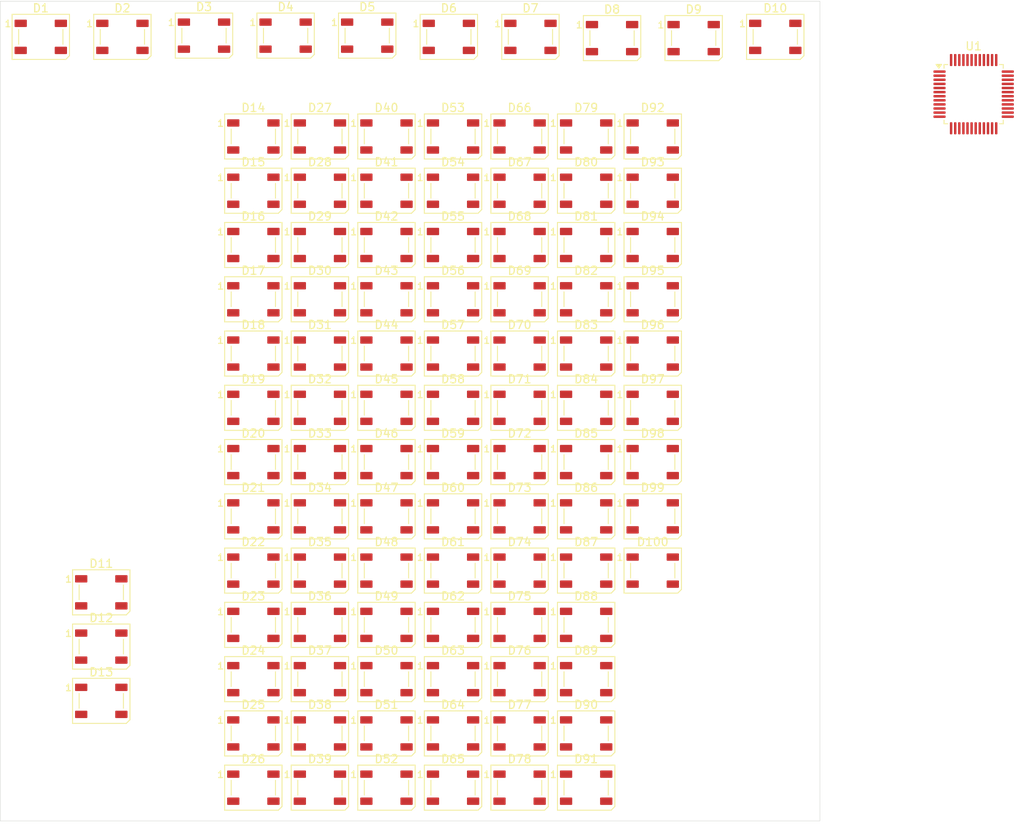
<source format=kicad_pcb>
(kicad_pcb (version 20241229) (generator "pcbnew") (generator_version "9.0")
  (layers (0 "F.Cu" signal) (2 "B.Cu" signal) (13 "F.Paste" user) (15 "B.Paste" user) (5 "F.SilkS" user "F.Silkscreen") (7 "B.SilkS" user "B.Silkscreen") (1 "F.Mask" user) (3 "B.Mask" user) (25 "Edge.Cuts" user))
  (net 0 "")
  (net 1 "+5V")
  (net 2 "Net-(D1-DIN)")
  (net 3 "GND")
  (net 4 "Net-(D1-DOUT)")
  (net 5 "Net-(D2-DOUT)")
  (net 6 "Net-(D3-DOUT)")
  (net 7 "Net-(D4-DOUT)")
  (net 8 "Net-(D5-DOUT)")
  (net 9 "Net-(D6-DOUT)")
  (net 10 "Net-(D7-DOUT)")
  (net 11 "Net-(D8-DOUT)")
  (net 12 "Net-(D10-DIN)")
  (net 13 "Net-(D10-DOUT)")
  (net 14 "Net-(D11-DOUT)")
  (net 15 "Net-(D12-DOUT)")
  (net 16 "Net-(D13-DOUT)")
  (net 17 "Net-(D14-DOUT)")
  (net 18 "Net-(D15-DOUT)")
  (net 19 "Net-(D16-DOUT)")
  (net 20 "Net-(D17-DOUT)")
  (net 21 "Net-(D18-DOUT)")
  (net 22 "Net-(D19-DOUT)")
  (net 23 "Net-(D20-DOUT)")
  (net 24 "Net-(D21-DOUT)")
  (net 25 "Net-(D22-DOUT)")
  (net 26 "Net-(D22-DIN)")
  (net 27 "Net-(D23-DOUT)")
  (net 28 "Net-(D24-DOUT)")
  (net 29 "Net-(D25-DOUT)")
  (net 30 "Net-(D26-DOUT)")
  (net 31 "Net-(D27-DOUT)")
  (net 32 "Net-(D28-DOUT)")
  (net 33 "Net-(D29-DOUT)")
  (net 34 "Net-(D30-DOUT)")
  (net 35 "Net-(D31-DOUT)")
  (net 36 "Net-(D32-DOUT)")
  (net 37 "Net-(D33-DOUT)")
  (net 38 "Net-(D34-DOUT)")
  (net 39 "Net-(D35-DOUT)")
  (net 40 "Net-(D36-DOUT)")
  (net 41 "Net-(D37-DOUT)")
  (net 42 "Net-(D38-DOUT)")
  (net 43 "Net-(D40-DOUT)")
  (net 44 "Net-(D41-DOUT)")
  (net 45 "Net-(D42-DIN)")
  (net 46 "Net-(D42-DOUT)")
  (net 47 "Net-(D43-DOUT)")
  (net 48 "Net-(D43-DIN)")
  (net 49 "Net-(D44-DOUT)")
  (net 50 "Net-(D44-DIN)")
  (net 51 "Net-(D45-DOUT)")
  (net 52 "Net-(D46-DOUT)")
  (net 53 "Net-(D47-DOUT)")
  (net 54 "Net-(D48-DOUT)")
  (net 55 "Net-(D49-DOUT)")
  (net 56 "Net-(D50-DOUT)")
  (net 57 "Net-(D51-DOUT)")
  (net 58 "Net-(D52-DOUT)")
  (net 59 "Net-(D53-DOUT)")
  (net 60 "Net-(D54-DOUT)")
  (net 61 "Net-(D55-DOUT)")
  (net 62 "Net-(D56-DOUT)")
  (net 63 "Net-(D57-DOUT)")
  (net 64 "Net-(D58-DOUT)")
  (net 65 "Net-(D59-DOUT)")
  (net 66 "Net-(D60-DOUT)")
  (net 67 "Net-(D61-DOUT)")
  (net 68 "Net-(D62-DOUT)")
  (net 69 "Net-(D63-DOUT)")
  (net 70 "Net-(D64-DOUT)")
  (net 71 "Net-(D65-DOUT)")
  (net 72 "Net-(D66-DOUT)")
  (net 73 "Net-(D67-DOUT)")
  (net 74 "Net-(D68-DOUT)")
  (net 75 "Net-(D69-DOUT)")
  (net 76 "Net-(D70-DOUT)")
  (net 77 "Net-(D71-DOUT)")
  (net 78 "Net-(D72-DOUT)")
  (net 79 "Net-(D73-DOUT)")
  (net 80 "Net-(D74-DOUT)")
  (net 81 "Net-(D75-DOUT)")
  (net 82 "Net-(D76-DOUT)")
  (net 83 "Net-(D80-DOUT)")
  (net 84 "Net-(D81-DOUT)")
  (net 85 "Net-(D82-DOUT)")
  (net 86 "Net-(D82-DIN)")
  (net 87 "Net-(D83-DOUT)")
  (net 88 "Net-(D84-DOUT)")
  (net 89 "Net-(D85-DOUT)")
  (net 90 "Net-(D86-DOUT)")
  (net 91 "Net-(D87-DOUT)")
  (net 92 "Net-(D88-DOUT)")
  (net 93 "Net-(D89-DOUT)")
  (net 94 "Net-(D90-DOUT)")
  (net 95 "Net-(D91-DOUT)")
  (net 96 "Net-(D92-DOUT)")
  (net 97 "Net-(D93-DOUT)")
  (net 98 "Net-(D94-DOUT)")
  (net 99 "Net-(D95-DOUT)")
  (net 100 "Net-(D96-DOUT)")
  (net 101 "Net-(D97-DOUT)")
  (net 102 "Net-(D100-DIN)")
  (net 103 "Net-(D100-DOUT)")
  (net 105 "+3.3V")
  (footprint "LED_SMD:LED_WS2812B_PLCC4_5.0x5.0mm_P3.2mm" (layer "F.Cu") (at 97.38 61.12)
    (property "Reference" "D15" (at 0 -3.5 0) (layer "F.SilkS"))
    (property "Value" "WS2812B")
    (fp_text user "1" (at -4 -1.6 0) (layer "F.SilkS") (effects (font (size 0.8 0.8))))
    (pad "1" smd roundrect (at -2.45 -1.65) (size 1.5 0.9) (layers "F.Cu" "F.Mask" "F.Paste") (roundrect_rratio 0.1) (net 1 "+5V"))
    (pad "2" smd roundrect (at -2.45 1.65) (size 1.5 0.9) (layers "F.Cu" "F.Mask" "F.Paste") (roundrect_rratio 0.1) (net 18 "Net-(D15-DOUT)"))
    (pad "3" smd roundrect (at 2.45 1.65) (size 1.5 0.9) (layers "F.Cu" "F.Mask" "F.Paste") (roundrect_rratio 0.1) (net 3 "GND"))
    (pad "4" smd roundrect (at 2.45 -1.65) (size 1.5 0.9) (layers "F.Cu" "F.Mask" "F.Paste") (roundrect_rratio 0.1) (net 17 "Net-(D14-DOUT)"))
  )
  (footprint "LED_SMD:LED_WS2812B_PLCC4_5.0x5.0mm_P3.2mm" (layer "F.Cu") (at 121.74 80.98)
    (property "Reference" "D57" (at 0 -3.5 0) (layer "F.SilkS"))
    (property "Value" "WS2812B")
    (fp_text user "1" (at -4 -1.6 0) (layer "F.SilkS") (effects (font (size 0.8 0.8))))
    (pad "1" smd roundrect (at -2.45 -1.65) (size 1.5 0.9) (layers "F.Cu" "F.Mask" "F.Paste") (roundrect_rratio 0.1) (net 1 "+5V"))
    (pad "2" smd roundrect (at -2.45 1.65) (size 1.5 0.9) (layers "F.Cu" "F.Mask" "F.Paste") (roundrect_rratio 0.1) (net 63 "Net-(D57-DOUT)"))
    (pad "3" smd roundrect (at 2.45 1.65) (size 1.5 0.9) (layers "F.Cu" "F.Mask" "F.Paste") (roundrect_rratio 0.1) (net 3 "GND"))
    (pad "4" smd roundrect (at 2.45 -1.65) (size 1.5 0.9) (layers "F.Cu" "F.Mask" "F.Paste") (roundrect_rratio 0.1) (net 59 "Net-(D53-DOUT)"))
  )
  (footprint "LED_SMD:LED_WS2812B_PLCC4_5.0x5.0mm_P3.2mm" (layer "F.Cu") (at 121.74 94.22)
    (property "Reference" "D59" (at 0 -3.5 0) (layer "F.SilkS"))
    (property "Value" "WS2812B")
    (fp_text user "1" (at -4 -1.6 0) (layer "F.SilkS") (effects (font (size 0.8 0.8))))
    (pad "1" smd roundrect (at -2.45 -1.65) (size 1.5 0.9) (layers "F.Cu" "F.Mask" "F.Paste") (roundrect_rratio 0.1) (net 1 "+5V"))
    (pad "2" smd roundrect (at -2.45 1.65) (size 1.5 0.9) (layers "F.Cu" "F.Mask" "F.Paste") (roundrect_rratio 0.1) (net 65 "Net-(D59-DOUT)"))
    (pad "3" smd roundrect (at 2.45 1.65) (size 1.5 0.9) (layers "F.Cu" "F.Mask" "F.Paste") (roundrect_rratio 0.1) (net 3 "GND"))
    (pad "4" smd roundrect (at 2.45 -1.65) (size 1.5 0.9) (layers "F.Cu" "F.Mask" "F.Paste") (roundrect_rratio 0.1) (net 61 "Net-(D55-DOUT)"))
  )
  (footprint "LED_SMD:LED_WS2812B_PLCC4_5.0x5.0mm_P3.2mm" (layer "F.Cu") (at 131.183333 42.35)
    (property "Reference" "D7" (at 0 -3.5 0) (layer "F.SilkS"))
    (property "Value" "WS2812B")
    (fp_text user "1" (at -4 -1.6 0) (layer "F.SilkS") (effects (font (size 0.8 0.8))))
    (pad "1" smd roundrect (at -2.45 -1.65) (size 1.5 0.9) (layers "F.Cu" "F.Mask" "F.Paste") (roundrect_rratio 0.1) (net 1 "+5V"))
    (pad "2" smd roundrect (at -2.45 1.65) (size 1.5 0.9) (layers "F.Cu" "F.Mask" "F.Paste") (roundrect_rratio 0.1) (net 10 "Net-(D7-DOUT)"))
    (pad "3" smd roundrect (at 2.45 1.65) (size 1.5 0.9) (layers "F.Cu" "F.Mask" "F.Paste") (roundrect_rratio 0.1) (net 3 "GND"))
    (pad "4" smd roundrect (at 2.45 -1.65) (size 1.5 0.9) (layers "F.Cu" "F.Mask" "F.Paste") (roundrect_rratio 0.1) (net 9 "Net-(D6-DOUT)"))
  )
  (footprint "Package_QFP:LQFP-48_7x7mm_P0.5mm" (layer "F.Cu") (at 185.25 49.3375)
    (property "Reference" "U1" (at 0 -5.85 0) (layer "F.SilkS"))
    (property "Value" "STM32F373CBTx")
    (pad "1" smd roundrect (at -4.1625 -2.75) (size 1.475 0.3) (layers "F.Cu" "F.Mask" "F.Paste"))
    (pad "2" smd roundrect (at -4.1625 -2.25) (size 1.475 0.3) (layers "F.Cu" "F.Mask" "F.Paste"))
    (pad "3" smd roundrect (at -4.1625 -1.75) (size 1.475 0.3) (layers "F.Cu" "F.Mask" "F.Paste"))
    (pad "4" smd roundrect (at -4.1625 -1.25) (size 1.475 0.3) (layers "F.Cu" "F.Mask" "F.Paste"))
    (pad "5" smd roundrect (at -4.1625 -0.75) (size 1.475 0.3) (layers "F.Cu" "F.Mask" "F.Paste"))
    (pad "6" smd roundrect (at -4.1625 -0.25) (size 1.475 0.3) (layers "F.Cu" "F.Mask" "F.Paste"))
    (pad "7" smd roundrect (at -4.1625 0.25) (size 1.475 0.3) (layers "F.Cu" "F.Mask" "F.Paste"))
    (pad "8" smd roundrect (at -4.1625 0.75) (size 1.475 0.3) (layers "F.Cu" "F.Mask" "F.Paste"))
    (pad "9" smd roundrect (at -4.1625 1.25) (size 1.475 0.3) (layers "F.Cu" "F.Mask" "F.Paste"))
    (pad "10" smd roundrect (at -4.1625 1.75) (size 1.475 0.3) (layers "F.Cu" "F.Mask" "F.Paste"))
    (pad "11" smd roundrect (at -4.1625 2.25) (size 1.475 0.3) (layers "F.Cu" "F.Mask" "F.Paste"))
    (pad "12" smd roundrect (at -4.1625 2.75) (size 1.475 0.3) (layers "F.Cu" "F.Mask" "F.Paste"))
    (pad "13" smd roundrect (at -2.75 4.1625) (size 0.3 1.475) (layers "F.Cu" "F.Mask" "F.Paste"))
    (pad "14" smd roundrect (at -2.25 4.1625) (size 0.3 1.475) (layers "F.Cu" "F.Mask" "F.Paste"))
    (pad "15" smd roundrect (at -1.75 4.1625) (size 0.3 1.475) (layers "F.Cu" "F.Mask" "F.Paste"))
    (pad "16" smd roundrect (at -1.25 4.1625) (size 0.3 1.475) (layers "F.Cu" "F.Mask" "F.Paste"))
    (pad "17" smd roundrect (at -0.75 4.1625) (size 0.3 1.475) (layers "F.Cu" "F.Mask" "F.Paste") (net 105 "+3.3V"))
    (pad "18" smd roundrect (at -0.25 4.1625) (size 0.3 1.475) (layers "F.Cu" "F.Mask" "F.Paste"))
    (pad "19" smd roundrect (at 0.25 4.1625) (size 0.3 1.475) (layers "F.Cu" "F.Mask" "F.Paste"))
    (pad "20" smd roundrect (at 0.75 4.1625) (size 0.3 1.475) (layers "F.Cu" "F.Mask" "F.Paste"))
    (pad "21" smd roundrect (at 1.25 4.1625) (size 0.3 1.475) (layers "F.Cu" "F.Mask" "F.Paste"))
    (pad "22" smd roundrect (at 1.75 4.1625) (size 0.3 1.475) (layers "F.Cu" "F.Mask" "F.Paste"))
    (pad "23" smd roundrect (at 2.25 4.1625) (size 0.3 1.475) (layers "F.Cu" "F.Mask" "F.Paste"))
    (pad "24" smd roundrect (at 2.75 4.1625) (size 0.3 1.475) (layers "F.Cu" "F.Mask" "F.Paste"))
    (pad "25" smd roundrect (at 4.1625 2.75) (size 1.475 0.3) (layers "F.Cu" "F.Mask" "F.Paste"))
    (pad "26" smd roundrect (at 4.1625 2.25) (size 1.475 0.3) (layers "F.Cu" "F.Mask" "F.Paste"))
    (pad "27" smd roundrect (at 4.1625 1.75) (size 1.475 0.3) (layers "F.Cu" "F.Mask" "F.Paste"))
    (pad "28" smd roundrect (at 4.1625 1.25) (size 1.475 0.3) (layers "F.Cu" "F.Mask" "F.Paste"))
    (pad "29" smd roundrect (at 4.1625 0.75) (size 1.475 0.3) (layers "F.Cu" "F.Mask" "F.Paste"))
    (pad "30" smd roundrect (at 4.1625 0.25) (size 1.475 0.3) (layers "F.Cu" "F.Mask" "F.Paste"))
    (pad "31" smd roundrect (at 4.1625 -0.25) (size 1.475 0.3) (layers "F.Cu" "F.Mask" "F.Paste"))
    (pad "32" smd roundrect (at 4.1625 -0.75) (size 1.475 0.3) (layers "F.Cu" "F.Mask" "F.Paste"))
    (pad "33" smd roundrect (at 4.1625 -1.25) (size 1.475 0.3) (layers "F.Cu" "F.Mask" "F.Paste"))
    (pad "34" smd roundrect (at 4.1625 -1.75) (size 1.475 0.3) (layers "F.Cu" "F.Mask" "F.Paste"))
    (pad "35" smd roundrect (at 4.1625 -2.25) (size 1.475 0.3) (layers "F.Cu" "F.Mask" "F.Paste"))
    (pad "36" smd roundrect (at 4.1625 -2.75) (size 1.475 0.3) (layers "F.Cu" "F.Mask" "F.Paste"))
    (pad "37" smd roundrect (at 2.75 -4.1625) (size 0.3 1.475) (layers "F.Cu" "F.Mask" "F.Paste"))
    (pad "38" smd roundrect (at 2.25 -4.1625) (size 0.3 1.475) (layers "F.Cu" "F.Mask" "F.Paste"))
    (pad "39" smd roundrect (at 1.75 -4.1625) (size 0.3 1.475) (layers "F.Cu" "F.Mask" "F.Paste"))
    (pad "40" smd roundrect (at 1.25 -4.1625) (size 0.3 1.475) (layers "F.Cu" "F.Mask" "F.Paste"))
    (pad "41" smd roundrect (at 0.75 -4.1625) (size 0.3 1.475) (layers "F.Cu" "F.Mask" "F.Paste"))
    (pad "42" smd roundrect (at 0.25 -4.1625) (size 0.3 1.475) (layers "F.Cu" "F.Mask" "F.Paste"))
    (pad "43" smd roundrect (at -0.25 -4.1625) (size 0.3 1.475) (layers "F.Cu" "F.Mask" "F.Paste"))
    (pad "44" smd roundrect (at -0.75 -4.1625) (size 0.3 1.475) (layers "F.Cu" "F.Mask" "F.Paste"))
    (pad "45" smd roundrect (at -1.25 -4.1625) (size 0.3 1.475) (layers "F.Cu" "F.Mask" "F.Paste"))
    (pad "46" smd roundrect (at -1.75 -4.1625) (size 0.3 1.475) (layers "F.Cu" "F.Mask" "F.Paste"))
    (pad "47" smd roundrect (at -2.25 -4.1625) (size 0.3 1.475) (layers "F.Cu" "F.Mask" "F.Paste") (net 3 "GND"))
    (pad "48" smd roundrect (at -2.75 -4.1625) (size 0.3 1.475) (layers "F.Cu" "F.Mask" "F.Paste") (net 105 "+3.3V"))
  )
  (footprint "LED_SMD:LED_WS2812B_PLCC4_5.0x5.0mm_P3.2mm" (layer "F.Cu") (at 121.74 67.74)
    (property "Reference" "D55" (at 0 -3.5 0) (layer "F.SilkS"))
    (property "Value" "WS2812B")
    (fp_text user "1" (at -4 -1.6 0) (layer "F.SilkS") (effects (font (size 0.8 0.8))))
    (pad "1" smd roundrect (at -2.45 -1.65) (size 1.5 0.9) (layers "F.Cu" "F.Mask" "F.Paste") (roundrect_rratio 0.1) (net 1 "+5V"))
    (pad "2" smd roundrect (at -2.45 1.65) (size 1.5 0.9) (layers "F.Cu" "F.Mask" "F.Paste") (roundrect_rratio 0.1) (net 61 "Net-(D55-DOUT)"))
    (pad "3" smd roundrect (at 2.45 1.65) (size 1.5 0.9) (layers "F.Cu" "F.Mask" "F.Paste") (roundrect_rratio 0.1) (net 3 "GND"))
    (pad "4" smd roundrect (at 2.45 -1.65) (size 1.5 0.9) (layers "F.Cu" "F.Mask" "F.Paste") (roundrect_rratio 0.1) (net 57 "Net-(D51-DOUT)"))
  )
  (footprint "LED_SMD:LED_WS2812B_PLCC4_5.0x5.0mm_P3.2mm" (layer "F.Cu") (at 137.98 107.46)
    (property "Reference" "D87" (at 0 -3.5 0) (layer "F.SilkS"))
    (property "Value" "WS2812B")
    (fp_text user "1" (at -4 -1.6 0) (layer "F.SilkS") (effects (font (size 0.8 0.8))))
    (pad "1" smd roundrect (at -2.45 -1.65) (size 1.5 0.9) (layers "F.Cu" "F.Mask" "F.Paste") (roundrect_rratio 0.1) (net 1 "+5V"))
    (pad "2" smd roundrect (at -2.45 1.65) (size 1.5 0.9) (layers "F.Cu" "F.Mask" "F.Paste") (roundrect_rratio 0.1) (net 91 "Net-(D87-DOUT)"))
    (pad "3" smd roundrect (at 2.45 1.65) (size 1.5 0.9) (layers "F.Cu" "F.Mask" "F.Paste") (roundrect_rratio 0.1) (net 3 "GND"))
    (pad "4" smd roundrect (at 2.45 -1.65) (size 1.5 0.9) (layers "F.Cu" "F.Mask" "F.Paste") (roundrect_rratio 0.1) (net 89 "Net-(D85-DOUT)"))
  )
  (footprint "LED_SMD:LED_WS2812B_PLCC4_5.0x5.0mm_P3.2mm" (layer "F.Cu") (at 146.1 100.84)
    (property "Reference" "D99" (at 0 -3.5 0) (layer "F.SilkS"))
    (property "Value" "WS2812B")
    (fp_text user "1" (at -4 -1.6 0) (layer "F.SilkS") (effects (font (size 0.8 0.8))))
    (pad "1" smd roundrect (at -2.45 -1.65) (size 1.5 0.9) (layers "F.Cu" "F.Mask" "F.Paste") (roundrect_rratio 0.1) (net 1 "+5V"))
    (pad "2" smd roundrect (at -2.45 1.65) (size 1.5 0.9) (layers "F.Cu" "F.Mask" "F.Paste") (roundrect_rratio 0.1) (net 86 "Net-(D82-DIN)"))
    (pad "3" smd roundrect (at 2.45 1.65) (size 1.5 0.9) (layers "F.Cu" "F.Mask" "F.Paste") (roundrect_rratio 0.1) (net 3 "GND"))
    (pad "4" smd roundrect (at 2.45 -1.65) (size 1.5 0.9) (layers "F.Cu" "F.Mask" "F.Paste") (roundrect_rratio 0.1) (net 101 "Net-(D97-DOUT)"))
  )
  (footprint "LED_SMD:LED_WS2812B_PLCC4_5.0x5.0mm_P3.2mm" (layer "F.Cu") (at 146.1 107.46)
    (property "Reference" "D100" (at 0 -3.5 0) (layer "F.SilkS"))
    (property "Value" "WS2812B")
    (fp_text user "1" (at -4 -1.6 0) (layer "F.SilkS") (effects (font (size 0.8 0.8))))
    (pad "1" smd roundrect (at -2.45 -1.65) (size 1.5 0.9) (layers "F.Cu" "F.Mask" "F.Paste") (roundrect_rratio 0.1) (net 1 "+5V"))
    (pad "2" smd roundrect (at -2.45 1.65) (size 1.5 0.9) (layers "F.Cu" "F.Mask" "F.Paste") (roundrect_rratio 0.1) (net 103 "Net-(D100-DOUT)"))
    (pad "3" smd roundrect (at 2.45 1.65) (size 1.5 0.9) (layers "F.Cu" "F.Mask" "F.Paste") (roundrect_rratio 0.1) (net 3 "GND"))
    (pad "4" smd roundrect (at 2.45 -1.65) (size 1.5 0.9) (layers "F.Cu" "F.Mask" "F.Paste") (roundrect_rratio 0.1) (net 102 "Net-(D100-DIN)"))
  )
  (footprint "LED_SMD:LED_WS2812B_PLCC4_5.0x5.0mm_P3.2mm" (layer "F.Cu") (at 113.62 100.84)
    (property "Reference" "D47" (at 0 -3.5 0) (layer "F.SilkS"))
    (property "Value" "WS2812B")
    (fp_text user "1" (at -4 -1.6 0) (layer "F.SilkS") (effects (font (size 0.8 0.8))))
    (pad "1" smd roundrect (at -2.45 -1.65) (size 1.5 0.9) (layers "F.Cu" "F.Mask" "F.Paste") (roundrect_rratio 0.1) (net 1 "+5V"))
    (pad "2" smd roundrect (at -2.45 1.65) (size 1.5 0.9) (layers "F.Cu" "F.Mask" "F.Paste") (roundrect_rratio 0.1) (net 53 "Net-(D47-DOUT)"))
    (pad "3" smd roundrect (at 2.45 1.65) (size 1.5 0.9) (layers "F.Cu" "F.Mask" "F.Paste") (roundrect_rratio 0.1) (net 3 "GND"))
    (pad "4" smd roundrect (at 2.45 -1.65) (size 1.5 0.9) (layers "F.Cu" "F.Mask" "F.Paste") (roundrect_rratio 0.1) (net 47 "Net-(D43-DOUT)"))
  )
  (footprint "LED_SMD:LED_WS2812B_PLCC4_5.0x5.0mm_P3.2mm" (layer "F.Cu") (at 113.62 94.22)
    (property "Reference" "D46" (at 0 -3.5 0) (layer "F.SilkS"))
    (property "Value" "WS2812B")
    (fp_text user "1" (at -4 -1.6 0) (layer "F.SilkS") (effects (font (size 0.8 0.8))))
    (pad "1" smd roundrect (at -2.45 -1.65) (size 1.5 0.9) (layers "F.Cu" "F.Mask" "F.Paste") (roundrect_rratio 0.1) (net 1 "+5V"))
    (pad "2" smd roundrect (at -2.45 1.65) (size 1.5 0.9) (layers "F.Cu" "F.Mask" "F.Paste") (roundrect_rratio 0.1) (net 52 "Net-(D46-DOUT)"))
    (pad "3" smd roundrect (at 2.45 1.65) (size 1.5 0.9) (layers "F.Cu" "F.Mask" "F.Paste") (roundrect_rratio 0.1) (net 3 "GND"))
    (pad "4" smd roundrect (at 2.45 -1.65) (size 1.5 0.9) (layers "F.Cu" "F.Mask" "F.Paste") (roundrect_rratio 0.1) (net 46 "Net-(D42-DOUT)"))
  )
  (footprint "LED_SMD:LED_WS2812B_PLCC4_5.0x5.0mm_P3.2mm" (layer "F.Cu") (at 78.83 110.11)
    (property "Reference" "D11" (at 0 -3.5 0) (layer "F.SilkS"))
    (property "Value" "WS2812B")
    (fp_text user "1" (at -4 -1.6 0) (layer "F.SilkS") (effects (font (size 0.8 0.8))))
    (pad "1" smd roundrect (at -2.45 -1.65) (size 1.5 0.9) (layers "F.Cu" "F.Mask" "F.Paste") (roundrect_rratio 0.1) (net 1 "+5V"))
    (pad "2" smd roundrect (at -2.45 1.65) (size 1.5 0.9) (layers "F.Cu" "F.Mask" "F.Paste") (roundrect_rratio 0.1) (net 14 "Net-(D11-DOUT)"))
    (pad "3" smd roundrect (at 2.45 1.65) (size 1.5 0.9) (layers "F.Cu" "F.Mask" "F.Paste") (roundrect_rratio 0.1) (net 3 "GND"))
    (pad "4" smd roundrect (at 2.45 -1.65) (size 1.5 0.9) (layers "F.Cu" "F.Mask" "F.Paste") (roundrect_rratio 0.1) (net 13 "Net-(D10-DOUT)"))
  )
  (footprint "LED_SMD:LED_WS2812B_PLCC4_5.0x5.0mm_P3.2mm" (layer "F.Cu") (at 97.38 127.32)
    (property "Reference" "D25" (at 0 -3.5 0) (layer "F.SilkS"))
    (property "Value" "WS2812B")
    (fp_text user "1" (at -4 -1.6 0) (layer "F.SilkS") (effects (font (size 0.8 0.8))))
    (pad "1" smd roundrect (at -2.45 -1.65) (size 1.5 0.9) (layers "F.Cu" "F.Mask" "F.Paste") (roundrect_rratio 0.1) (net 1 "+5V"))
    (pad "2" smd roundrect (at -2.45 1.65) (size 1.5 0.9) (layers "F.Cu" "F.Mask" "F.Paste") (roundrect_rratio 0.1) (net 29 "Net-(D25-DOUT)"))
    (pad "3" smd roundrect (at 2.45 1.65) (size 1.5 0.9) (layers "F.Cu" "F.Mask" "F.Paste") (roundrect_rratio 0.1) (net 3 "GND"))
    (pad "4" smd roundrect (at 2.45 -1.65) (size 1.5 0.9) (layers "F.Cu" "F.Mask" "F.Paste") (roundrect_rratio 0.1) (net 27 "Net-(D23-DOUT)"))
  )
  (footprint "LED_SMD:LED_WS2812B_PLCC4_5.0x5.0mm_P3.2mm" (layer "F.Cu") (at 105.5 87.6)
    (property "Reference" "D32" (at 0 -3.5 0) (layer "F.SilkS"))
    (property "Value" "WS2812B")
    (fp_text user "1" (at -4 -1.6 0) (layer "F.SilkS") (effects (font (size 0.8 0.8))))
    (pad "1" smd roundrect (at -2.45 -1.65) (size 1.5 0.9) (layers "F.Cu" "F.Mask" "F.Paste") (roundrect_rratio 0.1) (net 1 "+5V"))
    (pad "2" smd roundrect (at -2.45 1.65) (size 1.5 0.9) (layers "F.Cu" "F.Mask" "F.Paste") (roundrect_rratio 0.1) (net 36 "Net-(D32-DOUT)"))
    (pad "3" smd roundrect (at 2.45 1.65) (size 1.5 0.9) (layers "F.Cu" "F.Mask" "F.Paste") (roundrect_rratio 0.1) (net 3 "GND"))
    (pad "4" smd roundrect (at 2.45 -1.65) (size 1.5 0.9) (layers "F.Cu" "F.Mask" "F.Paste") (roundrect_rratio 0.1) (net 34 "Net-(D30-DOUT)"))
  )
  (footprint "LED_SMD:LED_WS2812B_PLCC4_5.0x5.0mm_P3.2mm" (layer "F.Cu") (at 129.86 80.98)
    (property "Reference" "D70" (at 0 -3.5 0) (layer "F.SilkS"))
    (property "Value" "WS2812B")
    (fp_text user "1" (at -4 -1.6 0) (layer "F.SilkS") (effects (font (size 0.8 0.8))))
    (pad "1" smd roundrect (at -2.45 -1.65) (size 1.5 0.9) (layers "F.Cu" "F.Mask" "F.Paste") (roundrect_rratio 0.1) (net 1 "+5V"))
    (pad "2" smd roundrect (at -2.45 1.65) (size 1.5 0.9) (layers "F.Cu" "F.Mask" "F.Paste") (roundrect_rratio 0.1) (net 76 "Net-(D70-DOUT)"))
    (pad "3" smd roundrect (at 2.45 1.65) (size 1.5 0.9) (layers "F.Cu" "F.Mask" "F.Paste") (roundrect_rratio 0.1) (net 3 "GND"))
    (pad "4" smd roundrect (at 2.45 -1.65) (size 1.5 0.9) (layers "F.Cu" "F.Mask" "F.Paste") (roundrect_rratio 0.1) (net 72 "Net-(D66-DOUT)"))
  )
  (footprint "LED_SMD:LED_WS2812B_PLCC4_5.0x5.0mm_P3.2mm" (layer "F.Cu") (at 113.62 133.94)
    (property "Reference" "D52" (at 0 -3.5 0) (layer "F.SilkS"))
    (property "Value" "WS2812B")
    (fp_text user "1" (at -4 -1.6 0) (layer "F.SilkS") (effects (font (size 0.8 0.8))))
    (pad "1" smd roundrect (at -2.45 -1.65) (size 1.5 0.9) (layers "F.Cu" "F.Mask" "F.Paste") (roundrect_rratio 0.1) (net 1 "+5V"))
    (pad "2" smd roundrect (at -2.45 1.65) (size 1.5 0.9) (layers "F.Cu" "F.Mask" "F.Paste") (roundrect_rratio 0.1) (net 58 "Net-(D52-DOUT)"))
    (pad "3" smd roundrect (at 2.45 1.65) (size 1.5 0.9) (layers "F.Cu" "F.Mask" "F.Paste") (roundrect_rratio 0.1) (net 3 "GND"))
    (pad "4" smd roundrect (at 2.45 -1.65) (size 1.5 0.9) (layers "F.Cu" "F.Mask" "F.Paste") (roundrect_rratio 0.1) (net 54 "Net-(D48-DOUT)"))
  )
  (footprint "LED_SMD:LED_WS2812B_PLCC4_5.0x5.0mm_P3.2mm" (layer "F.Cu") (at 78.83 123.35)
    (property "Reference" "D13" (at 0 -3.5 0) (layer "F.SilkS"))
    (property "Value" "WS2812B")
    (fp_text user "1" (at -4 -1.6 0) (layer "F.SilkS") (effects (font (size 0.8 0.8))))
    (pad "1" smd roundrect (at -2.45 -1.65) (size 1.5 0.9) (layers "F.Cu" "F.Mask" "F.Paste") (roundrect_rratio 0.1) (net 1 "+5V"))
    (pad "2" smd roundrect (at -2.45 1.65) (size 1.5 0.9) (layers "F.Cu" "F.Mask" "F.Paste") (roundrect_rratio 0.1) (net 16 "Net-(D13-DOUT)"))
    (pad "3" smd roundrect (at 2.45 1.65) (size 1.5 0.9) (layers "F.Cu" "F.Mask" "F.Paste") (roundrect_rratio 0.1) (net 3 "GND"))
    (pad "4" smd roundrect (at 2.45 -1.65) (size 1.5 0.9) (layers "F.Cu" "F.Mask" "F.Paste") (roundrect_rratio 0.1) (net 15 "Net-(D12-DOUT)"))
  )
  (footprint "LED_SMD:LED_WS2812B_PLCC4_5.0x5.0mm_P3.2mm" (layer "F.Cu") (at 121.74 100.84)
    (property "Reference" "D60" (at 0 -3.5 0) (layer "F.SilkS"))
    (property "Value" "WS2812B")
    (fp_text user "1" (at -4 -1.6 0) (layer "F.SilkS") (effects (font (size 0.8 0.8))))
    (pad "1" smd roundrect (at -2.45 -1.65) (size 1.5 0.9) (layers "F.Cu" "F.Mask" "F.Paste") (roundrect_rratio 0.1) (net 1 "+5V"))
    (pad "2" smd roundrect (at -2.45 1.65) (size 1.5 0.9) (layers "F.Cu" "F.Mask" "F.Paste") (roundrect_rratio 0.1) (net 66 "Net-(D60-DOUT)"))
    (pad "3" smd roundrect (at 2.45 1.65) (size 1.5 0.9) (layers "F.Cu" "F.Mask" "F.Paste") (roundrect_rratio 0.1) (net 3 "GND"))
    (pad "4" smd roundrect (at 2.45 -1.65) (size 1.5 0.9) (layers "F.Cu" "F.Mask" "F.Paste") (roundrect_rratio 0.1) (net 62 "Net-(D56-DOUT)"))
  )
  (footprint "LED_SMD:LED_WS2812B_PLCC4_5.0x5.0mm_P3.2mm" (layer "F.Cu") (at 121.74 74.36)
    (property "Reference" "D56" (at 0 -3.5 0) (layer "F.SilkS"))
    (property "Value" "WS2812B")
    (fp_text user "1" (at -4 -1.6 0) (layer "F.SilkS") (effects (font (size 0.8 0.8))))
    (pad "1" smd roundrect (at -2.45 -1.65) (size 1.5 0.9) (layers "F.Cu" "F.Mask" "F.Paste") (roundrect_rratio 0.1) (net 1 "+5V"))
    (pad "2" smd roundrect (at -2.45 1.65) (size 1.5 0.9) (layers "F.Cu" "F.Mask" "F.Paste") (roundrect_rratio 0.1) (net 62 "Net-(D56-DOUT)"))
    (pad "3" smd roundrect (at 2.45 1.65) (size 1.5 0.9) (layers "F.Cu" "F.Mask" "F.Paste") (roundrect_rratio 0.1) (net 3 "GND"))
    (pad "4" smd roundrect (at 2.45 -1.65) (size 1.5 0.9) (layers "F.Cu" "F.Mask" "F.Paste") (roundrect_rratio 0.1) (net 58 "Net-(D52-DOUT)"))
  )
  (footprint "LED_SMD:LED_WS2812B_PLCC4_5.0x5.0mm_P3.2mm" (layer "F.Cu") (at 161.05 42.35)
    (property "Reference" "D10" (at 0 -3.5 0) (layer "F.SilkS"))
    (property "Value" "WS2812B")
    (fp_text user "1" (at -4 -1.6 0) (layer "F.SilkS") (effects (font (size 0.8 0.8))))
    (pad "1" smd roundrect (at -2.45 -1.65) (size 1.5 0.9) (layers "F.Cu" "F.Mask" "F.Paste") (roundrect_rratio 0.1) (net 1 "+5V"))
    (pad "2" smd roundrect (at -2.45 1.65) (size 1.5 0.9) (layers "F.Cu" "F.Mask" "F.Paste") (roundrect_rratio 0.1) (net 13 "Net-(D10-DOUT)"))
    (pad "3" smd roundrect (at 2.45 1.65) (size 1.5 0.9) (layers "F.Cu" "F.Mask" "F.Paste") (roundrect_rratio 0.1) (net 3 "GND"))
    (pad "4" smd roundrect (at 2.45 -1.65) (size 1.5 0.9) (layers "F.Cu" "F.Mask" "F.Paste") (roundrect_rratio 0.1) (net 12 "Net-(D10-DIN)"))
  )
  (footprint "LED_SMD:LED_WS2812B_PLCC4_5.0x5.0mm_P3.2mm" (layer "F.Cu") (at 129.86 133.94)
    (property "Reference" "D78" (at 0 -3.5 0) (layer "F.SilkS"))
    (property "Value" "WS2812B")
    (fp_text user "1" (at -4 -1.6 0) (layer "F.SilkS") (effects (font (size 0.8 0.8))))
    (pad "1" smd roundrect (at -2.45 -1.65) (size 1.5 0.9) (layers "F.Cu" "F.Mask" "F.Paste") (roundrect_rratio 0.1) (net 1 "+5V"))
    (pad "2" smd roundrect (at -2.45 1.65) (size 1.5 0.9) (layers "F.Cu" "F.Mask" "F.Paste") (roundrect_rratio 0.1) (net 48 "Net-(D43-DIN)"))
    (pad "3" smd roundrect (at 2.45 1.65) (size 1.5 0.9) (layers "F.Cu" "F.Mask" "F.Paste") (roundrect_rratio 0.1) (net 3 "GND"))
    (pad "4" smd roundrect (at 2.45 -1.65) (size 1.5 0.9) (layers "F.Cu" "F.Mask" "F.Paste") (roundrect_rratio 0.1) (net 80 "Net-(D74-DOUT)"))
  )
  (footprint "LED_SMD:LED_WS2812B_PLCC4_5.0x5.0mm_P3.2mm" (layer "F.Cu") (at 91.361111 42.2)
    (property "Reference" "D3" (at 0 -3.5 0) (layer "F.SilkS"))
    (property "Value" "WS2812B")
    (fp_text user "1" (at -4 -1.6 0) (layer "F.SilkS") (effects (font (size 0.8 0.8))))
    (pad "1" smd roundrect (at -2.45 -1.65) (size 1.5 0.9) (layers "F.Cu" "F.Mask" "F.Paste") (roundrect_rratio 0.1) (net 1 "+5V"))
    (pad "2" smd roundrect (at -2.45 1.65) (size 1.5 0.9) (layers "F.Cu" "F.Mask" "F.Paste") (roundrect_rratio 0.1) (net 6 "Net-(D3-DOUT)"))
    (pad "3" smd roundrect (at 2.45 1.65) (size 1.5 0.9) (layers "F.Cu" "F.Mask" "F.Paste") (roundrect_rratio 0.1) (net 3 "GND"))
    (pad "4" smd roundrect (at 2.45 -1.65) (size 1.5 0.9) (layers "F.Cu" "F.Mask" "F.Paste") (roundrect_rratio 0.1) (net 5 "Net-(D2-DOUT)"))
  )
  (footprint "LED_SMD:LED_WS2812B_PLCC4_5.0x5.0mm_P3.2mm" (layer "F.Cu") (at 121.74 133.94)
    (property "Reference" "D65" (at 0 -3.5 0) (layer "F.SilkS"))
    (property "Value" "WS2812B")
    (fp_text user "1" (at -4 -1.6 0) (layer "F.SilkS") (effects (font (size 0.8 0.8))))
    (pad "1" smd roundrect (at -2.45 -1.65) (size 1.5 0.9) (layers "F.Cu" "F.Mask" "F.Paste") (roundrect_rratio 0.1) (net 1 "+5V"))
    (pad "2" smd roundrect (at -2.45 1.65) (size 1.5 0.9) (layers "F.Cu" "F.Mask" "F.Paste") (roundrect_rratio 0.1) (net 71 "Net-(D65-DOUT)"))
    (pad "3" smd roundrect (at 2.45 1.65) (size 1.5 0.9) (layers "F.Cu" "F.Mask" "F.Paste") (roundrect_rratio 0.1) (net 3 "GND"))
    (pad "4" smd roundrect (at 2.45 -1.65) (size 1.5 0.9) (layers "F.Cu" "F.Mask" "F.Paste") (roundrect_rratio 0.1) (net 67 "Net-(D61-DOUT)"))
  )
  (footprint "LED_SMD:LED_WS2812B_PLCC4_5.0x5.0mm_P3.2mm" (layer "F.Cu") (at 137.98 74.36)
    (property "Reference" "D82" (at 0 -3.5 0) (layer "F.SilkS"))
    (property "Value" "WS2812B")
    (fp_text user "1" (at -4 -1.6 0) (layer "F.SilkS") (effects (font (size 0.8 0.8))))
    (pad "1" smd roundrect (at -2.45 -1.65) (size 1.5 0.9) (layers "F.Cu" "F.Mask" "F.Paste") (roundrect_rratio 0.1) (net 1 "+5V"))
    (pad "2" smd roundrect (at -2.45 1.65) (size 1.5 0.9) (layers "F.Cu" "F.Mask" "F.Paste") (roundrect_rratio 0.1) (net 85 "Net-(D82-DOUT)"))
    (pad "3" smd roundrect (at 2.45 1.65) (size 1.5 0.9) (layers "F.Cu" "F.Mask" "F.Paste") (roundrect_rratio 0.1) (net 3 "GND"))
    (pad "4" smd roundrect (at 2.45 -1.65) (size 1.5 0.9) (layers "F.Cu" "F.Mask" "F.Paste") (roundrect_rratio 0.1) (net 86 "Net-(D82-DIN)"))
  )
  (footprint "LED_SMD:LED_WS2812B_PLCC4_5.0x5.0mm_P3.2mm" (layer "F.Cu") (at 105.5 120.7)
    (property "Reference" "D37" (at 0 -3.5 0) (layer "F.SilkS"))
    (property "Value" "WS2812B")
    (fp_text user "1" (at -4 -1.6 0) (layer "F.SilkS") (effects (font (size 0.8 0.8))))
    (pad "1" smd roundrect (at -2.45 -1.65) (size 1.5 0.9) (layers "F.Cu" "F.Mask" "F.Paste") (roundrect_rratio 0.1) (net 1 "+5V"))
    (pad "2" smd roundrect (at -2.45 1.65) (size 1.5 0.9) (layers "F.Cu" "F.Mask" "F.Paste") (roundrect_rratio 0.1) (net 41 "Net-(D37-DOUT)"))
    (pad "3" smd roundrect (at 2.45 1.65) (size 1.5 0.9) (layers "F.Cu" "F.Mask" "F.Paste") (roundrect_rratio 0.1) (net 3 "GND"))
    (pad "4" smd roundrect (at 2.45 -1.65) (size 1.5 0.9) (layers "F.Cu" "F.Mask" "F.Paste") (roundrect_rratio 0.1) (net 39 "Net-(D35-DOUT)"))
  )
  (footprint "LED_SMD:LED_WS2812B_PLCC4_5.0x5.0mm_P3.2mm" (layer "F.Cu") (at 137.98 120.7)
    (property "Reference" "D89" (at 0 -3.5 0) (layer "F.SilkS"))
    (property "Value" "WS2812B")
    (fp_text user "1" (at -4 -1.6 0) (layer "F.SilkS") (effects (font (size 0.8 0.8))))
    (pad "1" smd roundrect (at -2.45 -1.65) (size 1.5 0.9) (layers "F.Cu" "F.Mask" "F.Paste") (roundrect_rratio 0.1) (net 1 "+5V"))
    (pad "2" smd roundrect (at -2.45 1.65) (size 1.5 0.9) (layers "F.Cu" "F.Mask" "F.Paste") (roundrect_rratio 0.1) (net 93 "Net-(D89-DOUT)"))
    (pad "3" smd roundrect (at 2.45 1.65) (size 1.5 0.9) (layers "F.Cu" "F.Mask" "F.Paste") (roundrect_rratio 0.1) (net 3 "GND"))
    (pad "4" smd roundrect (at 2.45 -1.65) (size 1.5 0.9) (layers "F.Cu" "F.Mask" "F.Paste") (roundrect_rratio 0.1) (net 91 "Net-(D87-DOUT)"))
  )
  (footprint "LED_SMD:LED_WS2812B_PLCC4_5.0x5.0mm_P3.2mm" (layer "F.Cu") (at 129.86 67.74)
    (property "Reference" "D68" (at 0 -3.5 0) (layer "F.SilkS"))
    (property "Value" "WS2812B")
    (fp_text user "1" (at -4 -1.6 0) (layer "F.SilkS") (effects (font (size 0.8 0.8))))
    (pad "1" smd roundrect (at -2.45 -1.65) (size 1.5 0.9) (layers "F.Cu" "F.Mask" "F.Paste") (roundrect_rratio 0.1) (net 1 "+5V"))
    (pad "2" smd roundrect (at -2.45 1.65) (size 1.5 0.9) (layers "F.Cu" "F.Mask" "F.Paste") (roundrect_rratio 0.1) (net 74 "Net-(D68-DOUT)"))
    (pad "3" smd roundrect (at 2.45 1.65) (size 1.5 0.9) (layers "F.Cu" "F.Mask" "F.Paste") (roundrect_rratio 0.1) (net 3 "GND"))
    (pad "4" smd roundrect (at 2.45 -1.65) (size 1.5 0.9) (layers "F.Cu" "F.Mask" "F.Paste") (roundrect_rratio 0.1) (net 70 "Net-(D64-DOUT)"))
  )
  (footprint "LED_SMD:LED_WS2812B_PLCC4_5.0x5.0mm_P3.2mm" (layer "F.Cu") (at 146.1 80.98)
    (property "Reference" "D96" (at 0 -3.5 0) (layer "F.SilkS"))
    (property "Value" "WS2812B")
    (fp_text user "1" (at -4 -1.6 0) (layer "F.SilkS") (effects (font (size 0.8 0.8))))
    (pad "1" smd roundrect (at -2.45 -1.65) (size 1.5 0.9) (layers "F.Cu" "F.Mask" "F.Paste") (roundrect_rratio 0.1) (net 1 "+5V"))
    (pad "2" smd roundrect (at -2.45 1.65) (size 1.5 0.9) (layers "F.Cu" "F.Mask" "F.Paste") (roundrect_rratio 0.1) (net 100 "Net-(D96-DOUT)"))
    (pad "3" smd roundrect (at 2.45 1.65) (size 1.5 0.9) (layers "F.Cu" "F.Mask" "F.Paste") (roundrect_rratio 0.1) (net 3 "GND"))
    (pad "4" smd roundrect (at 2.45 -1.65) (size 1.5 0.9) (layers "F.Cu" "F.Mask" "F.Paste") (roundrect_rratio 0.1) (net 98 "Net-(D94-DOUT)"))
  )
  (footprint "LED_SMD:LED_WS2812B_PLCC4_5.0x5.0mm_P3.2mm" (layer "F.Cu") (at 97.38 107.46)
    (property "Reference" "D22" (at 0 -3.5 0) (layer "F.SilkS"))
    (property "Value" "WS2812B")
    (fp_text user "1" (at -4 -1.6 0) (layer "F.SilkS") (effects (font (size 0.8 0.8))))
    (pad "1" smd roundrect (at -2.45 -1.65) (size 1.5 0.9) (layers "F.Cu" "F.Mask" "F.Paste") (roundrect_rratio 0.1) (net 1 "+5V"))
    (pad "2" smd roundrect (at -2.45 1.65) (size 1.5 0.9) (layers "F.Cu" "F.Mask" "F.Paste") (roundrect_rratio 0.1) (net 25 "Net-(D22-DOUT)"))
    (pad "3" smd roundrect (at 2.45 1.65) (size 1.5 0.9) (layers "F.Cu" "F.Mask" "F.Paste") (roundrect_rratio 0.1) (net 3 "GND"))
    (pad "4" smd roundrect (at 2.45 -1.65) (size 1.5 0.9) (layers "F.Cu" "F.Mask" "F.Paste") (roundrect_rratio 0.1) (net 26 "Net-(D22-DIN)"))
  )
  (footprint "LED_SMD:LED_WS2812B_PLCC4_5.0x5.0mm_P3.2mm" (layer "F.Cu") (at 121.74 114.08)
    (property "Reference" "D62" (at 0 -3.5 0) (layer "F.SilkS"))
    (property "Value" "WS2812B")
    (fp_text user "1" (at -4 -1.6 0) (layer "F.SilkS") (effects (font (size 0.8 0.8))))
    (pad "1" smd roundrect (at -2.45 -1.65) (size 1.5 0.9) (layers "F.Cu" "F.Mask" "F.Paste") (roundrect_rratio 0.1) (net 1 "+5V"))
    (pad "2" smd roundrect (at -2.45 1.65) (size 1.5 0.9) (layers "F.Cu" "F.Mask" "F.Paste") (roundrect_rratio 0.1) (net 68 "Net-(D62-DOUT)"))
    (pad "3" smd roundrect (at 2.45 1.65) (size 1.5 0.9) (layers "F.Cu" "F.Mask" "F.Paste") (roundrect_rratio 0.1) (net 3 "GND"))
    (pad "4" smd roundrect (at 2.45 -1.65) (size 1.5 0.9) (layers "F.Cu" "F.Mask" "F.Paste") (roundrect_rratio 0.1) (net 64 "Net-(D58-DOUT)"))
  )
  (footprint "LED_SMD:LED_WS2812B_PLCC4_5.0x5.0mm_P3.2mm" (layer "F.Cu") (at 137.98 133.94)
    (property "Reference" "D91" (at 0 -3.5 0) (layer "F.SilkS"))
    (property "Value" "WS2812B")
    (fp_text user "1" (at -4 -1.6 0) (layer "F.SilkS") (effects (font (size 0.8 0.8))))
    (pad "1" smd roundrect (at -2.45 -1.65) (size 1.5 0.9) (layers "F.Cu" "F.Mask" "F.Paste") (roundrect_rratio 0.1) (net 1 "+5V"))
    (pad "2" smd roundrect (at -2.45 1.65) (size 1.5 0.9) (layers "F.Cu" "F.Mask" "F.Paste") (roundrect_rratio 0.1) (net 95 "Net-(D91-DOUT)"))
    (pad "3" smd roundrect (at 2.45 1.65) (size 1.5 0.9) (layers "F.Cu" "F.Mask" "F.Paste") (roundrect_rratio 0.1) (net 3 "GND"))
    (pad "4" smd roundrect (at 2.45 -1.65) (size 1.5 0.9) (layers "F.Cu" "F.Mask" "F.Paste") (roundrect_rratio 0.1) (net 93 "Net-(D89-DOUT)"))
  )
  (footprint "LED_SMD:LED_WS2812B_PLCC4_5.0x5.0mm_P3.2mm" (layer "F.Cu") (at 97.38 74.36)
    (property "Reference" "D17" (at 0 -3.5 0) (layer "F.SilkS"))
    (property "Value" "WS2812B")
    (fp_text user "1" (at -4 -1.6 0) (layer "F.SilkS") (effects (font (size 0.8 0.8))))
    (pad "1" smd roundrect (at -2.45 -1.65) (size 1.5 0.9) (layers "F.Cu" "F.Mask" "F.Paste") (roundrect_rratio 0.1) (net 1 "+5V"))
    (pad "2" smd roundrect (at -2.45 1.65) (size 1.5 0.9) (layers "F.Cu" "F.Mask" "F.Paste") (roundrect_rratio 0.1) (net 20 "Net-(D17-DOUT)"))
    (pad "3" smd roundrect (at 2.45 1.65) (size 1.5 0.9) (layers "F.Cu" "F.Mask" "F.Paste") (roundrect_rratio 0.1) (net 3 "GND"))
    (pad "4" smd roundrect (at 2.45 -1.65) (size 1.5 0.9) (layers "F.Cu" "F.Mask" "F.Paste") (roundrect_rratio 0.1) (net 19 "Net-(D16-DOUT)"))
  )
  (footprint "LED_SMD:LED_WS2812B_PLCC4_5.0x5.0mm_P3.2mm" (layer "F.Cu") (at 121.74 107.46)
    (property "Reference" "D61" (at 0 -3.5 0) (layer "F.SilkS"))
    (property "Value" "WS2812B")
    (fp_text user "1" (at -4 -1.6 0) (layer "F.SilkS") (effects (font (size 0.8 0.8))))
    (pad "1" smd roundrect (at -2.45 -1.65) (size 1.5 0.9) (layers "F.Cu" "F.Mask" "F.Paste") (roundrect_rratio 0.1) (net 1 "+5V"))
    (pad "2" smd roundrect (at -2.45 1.65) (size 1.5 0.9) (layers "F.Cu" "F.Mask" "F.Paste") (roundrect_rratio 0.1) (net 67 "Net-(D61-DOUT)"))
    (pad "3" smd roundrect (at 2.45 1.65) (size 1.5 0.9) (layers "F.Cu" "F.Mask" "F.Paste") (roundrect_rratio 0.1) (net 3 "GND"))
    (pad "4" smd roundrect (at 2.45 -1.65) (size 1.5 0.9) (layers "F.Cu" "F.Mask" "F.Paste") (roundrect_rratio 0.1) (net 63 "Net-(D57-DOUT)"))
  )
  (footprint "LED_SMD:LED_WS2812B_PLCC4_5.0x5.0mm_P3.2mm" (layer "F.Cu") (at 105.5 54.5)
    (property "Reference" "D27" (at 0 -3.5 0) (layer "F.SilkS"))
    (property "Value" "WS2812B")
    (fp_text user "1" (at -4 -1.6 0) (layer "F.SilkS") (effects (font (size 0.8 0.8))))
    (pad "1" smd roundrect (at -2.45 -1.65) (size 1.5 0.9) (layers "F.Cu" "F.Mask" "F.Paste") (roundrect_rratio 0.1) (net 1 "+5V"))
    (pad "2" smd roundrect (at -2.45 1.65) (size 1.5 0.9) (layers "F.Cu" "F.Mask" "F.Paste") (roundrect_rratio 0.1) (net 31 "Net-(D27-DOUT)"))
    (pad "3" smd roundrect (at 2.45 1.65) (size 1.5 0.9) (layers "F.Cu" "F.Mask" "F.Paste") (roundrect_rratio 0.1) (net 3 "GND"))
    (pad "4" smd roundrect (at 2.45 -1.65) (size 1.5 0.9) (layers "F.Cu" "F.Mask" "F.Paste") (roundrect_rratio 0.1) (net 29 "Net-(D25-DOUT)"))
  )
  (footprint "LED_SMD:LED_WS2812B_PLCC4_5.0x5.0mm_P3.2mm" (layer "F.Cu") (at 97.38 120.7)
    (property "Reference" "D24" (at 0 -3.5 0) (layer "F.SilkS"))
    (property "Value" "WS2812B")
    (fp_text user "1" (at -4 -1.6 0) (layer "F.SilkS") (effects (font (size 0.8 0.8))))
    (pad "1" smd roundrect (at -2.45 -1.65) (size 1.5 0.9) (layers "F.Cu" "F.Mask" "F.Paste") (roundrect_rratio 0.1) (net 1 "+5V"))
    (pad "2" smd roundrect (at -2.45 1.65) (size 1.5 0.9) (layers "F.Cu" "F.Mask" "F.Paste") (roundrect_rratio 0.1) (net 28 "Net-(D24-DOUT)"))
    (pad "3" smd roundrect (at 2.45 1.65) (size 1.5 0.9) (layers "F.Cu" "F.Mask" "F.Paste") (roundrect_rratio 0.1) (net 3 "GND"))
    (pad "4" smd roundrect (at 2.45 -1.65) (size 1.5 0.9) (layers "F.Cu" "F.Mask" "F.Paste") (roundrect_rratio 0.1) (net 25 "Net-(D22-DOUT)"))
  )
  (footprint "LED_SMD:LED_WS2812B_PLCC4_5.0x5.0mm_P3.2mm" (layer "F.Cu") (at 113.62 127.32)
    (property "Reference" "D51" (at 0 -3.5 0) (layer "F.SilkS"))
    (property "Value" "WS2812B")
    (fp_text user "1" (at -4 -1.6 0) (layer "F.SilkS") (effects (font (size 0.8 0.8))))
    (pad "1" smd roundrect (at -2.45 -1.65) (size 1.5 0.9) (layers "F.Cu" "F.Mask" "F.Paste") (roundrect_rratio 0.1) (net 1 "+5V"))
    (pad "2" smd roundrect (at -2.45 1.65) (size 1.5 0.9) (layers "F.Cu" "F.Mask" "F.Paste") (roundrect_rratio 0.1) (net 57 "Net-(D51-DOUT)"))
    (pad "3" smd roundrect (at 2.45 1.65) (size 1.5 0.9) (layers "F.Cu" "F.Mask" "F.Paste") (roundrect_rratio 0.1) (net 3 "GND"))
    (pad "4" smd roundrect (at 2.45 -1.65) (size 1.5 0.9) (layers "F.Cu" "F.Mask" "F.Paste") (roundrect_rratio 0.1) (net 53 "Net-(D47-DOUT)"))
  )
  (footprint "LED_SMD:LED_WS2812B_PLCC4_5.0x5.0mm_P3.2mm" (layer "F.Cu") (at 121.74 120.7)
    (property "Reference" "D63" (at 0 -3.5 0) (layer "F.SilkS"))
    (property "Value" "WS2812B")
    (fp_text user "1" (at -4 -1.6 0) (layer "F.SilkS") (effects (font (size 0.8 0.8))))
    (pad "1" smd roundrect (at -2.45 -1.65) (size 1.5 0.9) (layers "F.Cu" "F.Mask" "F.Paste") (roundrect_rratio 0.1) (net 1 "+5V"))
    (pad "2" smd roundrect (at -2.45 1.65) (size 1.5 0.9) (layers "F.Cu" "F.Mask" "F.Paste") (roundrect_rratio 0.1) (net 69 "Net-(D63-DOUT)"))
    (pad "3" smd roundrect (at 2.45 1.65) (size 1.5 0.9) (layers "F.Cu" "F.Mask" "F.Paste") (roundrect_rratio 0.1) (net 3 "GND"))
    (pad "4" smd roundrect (at 2.45 -1.65) (size 1.5 0.9) (layers "F.Cu" "F.Mask" "F.Paste") (roundrect_rratio 0.1) (net 65 "Net-(D59-DOUT)"))
  )
  (footprint "LED_SMD:LED_WS2812B_PLCC4_5.0x5.0mm_P3.2mm" (layer "F.Cu") (at 113.62 67.74)
    (property "Reference" "D42" (at 0 -3.5 0) (layer "F.SilkS"))
    (property "Value" "WS2812B")
    (fp_text user "1" (at -4 -1.6 0) (layer "F.SilkS") (effects (font (size 0.8 0.8))))
    (pad "1" smd roundrect (at -2.45 -1.65) (size 1.5 0.9) (layers "F.Cu" "F.Mask" "F.Paste") (roundrect_rratio 0.1) (net 1 "+5V"))
    (pad "2" smd roundrect (at -2.45 1.65) (size 1.5 0.9) (layers "F.Cu" "F.Mask" "F.Paste") (roundrect_rratio 0.1) (net 46 "Net-(D42-DOUT)"))
    (pad "3" smd roundrect (at 2.45 1.65) (size 1.5 0.9) (layers "F.Cu" "F.Mask" "F.Paste") (roundrect_rratio 0.1) (net 3 "GND"))
    (pad "4" smd roundrect (at 2.45 -1.65) (size 1.5 0.9) (layers "F.Cu" "F.Mask" "F.Paste") (roundrect_rratio 0.1) (net 45 "Net-(D42-DIN)"))
  )
  (footprint "LED_SMD:LED_WS2812B_PLCC4_5.0x5.0mm_P3.2mm" (layer "F.Cu") (at 129.86 127.32)
    (property "Reference" "D77" (at 0 -3.5 0) (layer "F.SilkS"))
    (property "Value" "WS2812B")
    (fp_text user "1" (at -4 -1.6 0) (layer "F.SilkS") (effects (font (size 0.8 0.8))))
    (pad "1" smd roundrect (at -2.45 -1.65) (size 1.5 0.9) (layers "F.Cu" "F.Mask" "F.Paste") (roundrect_rratio 0.1) (net 1 "+5V"))
    (pad "2" smd roundrect (at -2.45 1.65) (size 1.5 0.9) (layers "F.Cu" "F.Mask" "F.Paste") (roundrect_rratio 0.1) (net 45 "Net-(D42-DIN)"))
    (pad "3" smd roundrect (at 2.45 1.65) (size 1.5 0.9) (layers "F.Cu" "F.Mask" "F.Paste") (roundrect_rratio 0.1) (net 3 "GND"))
    (pad "4" smd roundrect (at 2.45 -1.65) (size 1.5 0.9) (layers "F.Cu" "F.Mask" "F.Paste") (roundrect_rratio 0.1) (net 79 "Net-(D73-DOUT)"))
  )
  (footprint "LED_SMD:LED_WS2812B_PLCC4_5.0x5.0mm_P3.2mm" (layer "F.Cu") (at 111.272222 42.2)
    (property "Reference" "D5" (at 0 -3.5 0) (layer "F.SilkS"))
    (property "Value" "WS2812B")
    (fp_text user "1" (at -4 -1.6 0) (layer "F.SilkS") (effects (font (size 0.8 0.8))))
    (pad "1" smd roundrect (at -2.45 -1.65) (size 1.5 0.9) (layers "F.Cu" "F.Mask" "F.Paste") (roundrect_rratio 0.1) (net 1 "+5V"))
    (pad "2" smd roundrect (at -2.45 1.65) (size 1.5 0.9) (layers "F.Cu" "F.Mask" "F.Paste") (roundrect_rratio 0.1) (net 8 "Net-(D5-DOUT)"))
    (pad "3" smd roundrect (at 2.45 1.65) (size 1.5 0.9) (layers "F.Cu" "F.Mask" "F.Paste") (roundrect_rratio 0.1) (net 3 "GND"))
    (pad "4" smd roundrect (at 2.45 -1.65) (size 1.5 0.9) (layers "F.Cu" "F.Mask" "F.Paste") (roundrect_rratio 0.1) (net 7 "Net-(D4-DOUT)"))
  )
  (footprint "LED_SMD:LED_WS2812B_PLCC4_5.0x5.0mm_P3.2mm" (layer "F.Cu") (at 78.83 116.73)
    (property "Reference" "D12" (at 0 -3.5 0) (layer "F.SilkS"))
    (property "Value" "WS2812B")
    (fp_text user "1" (at -4 -1.6 0) (layer "F.SilkS") (effects (font (size 0.8 0.8))))
    (pad "1" smd roundrect (at -2.45 -1.65) (size 1.5 0.9) (layers "F.Cu" "F.Mask" "F.Paste") (roundrect_rratio 0.1) (net 1 "+5V"))
    (pad "2" smd roundrect (at -2.45 1.65) (size 1.5 0.9) (layers "F.Cu" "F.Mask" "F.Paste") (roundrect_rratio 0.1) (net 15 "Net-(D12-DOUT)"))
    (pad "3" smd roundrect (at 2.45 1.65) (size 1.5 0.9) (layers "F.Cu" "F.Mask" "F.Paste") (roundrect_rratio 0.1) (net 3 "GND"))
    (pad "4" smd roundrect (at 2.45 -1.65) (size 1.5 0.9) (layers "F.Cu" "F.Mask" "F.Paste") (roundrect_rratio 0.1) (net 14 "Net-(D11-DOUT)"))
  )
  (footprint "LED_SMD:LED_WS2812B_PLCC4_5.0x5.0mm_P3.2mm" (layer "F.Cu") (at 121.74 87.6)
    (property "Reference" "D58" (at 0 -3.5 0) (layer "F.SilkS"))
    (property "Value" "WS2812B")
    (fp_text user "1" (at -4 -1.6 0) (layer "F.SilkS") (effects (font (size 0.8 0.8))))
    (pad "1" smd roundrect (at -2.45 -1.65) (size 1.5 0.9) (layers "F.Cu" "F.Mask" "F.Paste") (roundrect_rratio 0.1) (net 1 "+5V"))
    (pad "2" smd roundrect (at -2.45 1.65) (size 1.5 0.9) (layers "F.Cu" "F.Mask" "F.Paste") (roundrect_rratio 0.1) (net 64 "Net-(D58-DOUT)"))
    (pad "3" smd roundrect (at 2.45 1.65) (size 1.5 0.9) (layers "F.Cu" "F.Mask" "F.Paste") (roundrect_rratio 0.1) (net 3 "GND"))
    (pad "4" smd roundrect (at 2.45 -1.65) (size 1.5 0.9) (layers "F.Cu" "F.Mask" "F.Paste") (roundrect_rratio 0.1) (net 60 "Net-(D54-DOUT)"))
  )
  (footprint "LED_SMD:LED_WS2812B_PLCC4_5.0x5.0mm_P3.2mm" (layer "F.Cu") (at 141.138889 42.5)
    (property "Reference" "D8" (at 0 -3.5 0) (layer "F.SilkS"))
    (property "Value" "WS2812B")
    (fp_text user "1" (at -4 -1.6 0) (layer "F.SilkS") (effects (font (size 0.8 0.8))))
    (pad "1" smd roundrect (at -2.45 -1.65) (size 1.5 0.9) (layers "F.Cu" "F.Mask" "F.Paste") (roundrect_rratio 0.1) (net 1 "+5V"))
    (pad "2" smd roundrect (at -2.45 1.65) (size 1.5 0.9) (layers "F.Cu" "F.Mask" "F.Paste") (roundrect_rratio 0.1) (net 11 "Net-(D8-DOUT)"))
    (pad "3" smd roundrect (at 2.45 1.65) (size 1.5 0.9) (layers "F.Cu" "F.Mask" "F.Paste") (roundrect_rratio 0.1) (net 3 "GND"))
    (pad "4" smd roundrect (at 2.45 -1.65) (size 1.5 0.9) (layers "F.Cu" "F.Mask" "F.Paste") (roundrect_rratio 0.1) (net 10 "Net-(D7-DOUT)"))
  )
  (footprint "LED_SMD:LED_WS2812B_PLCC4_5.0x5.0mm_P3.2mm" (layer "F.Cu") (at 146.1 74.36)
    (property "Reference" "D95" (at 0 -3.5 0) (layer "F.SilkS"))
    (property "Value" "WS2812B")
    (fp_text user "1" (at -4 -1.6 0) (layer "F.SilkS") (effects (font (size 0.8 0.8))))
    (pad "1" smd roundrect (at -2.45 -1.65) (size 1.5 0.9) (layers "F.Cu" "F.Mask" "F.Paste") (roundrect_rratio 0.1) (net 1 "+5V"))
    (pad "2" smd roundrect (at -2.45 1.65) (size 1.5 0.9) (layers "F.Cu" "F.Mask" "F.Paste") (roundrect_rratio 0.1) (net 99 "Net-(D95-DOUT)"))
    (pad "3" smd roundrect (at 2.45 1.65) (size 1.5 0.9) (layers "F.Cu" "F.Mask" "F.Paste") (roundrect_rratio 0.1) (net 3 "GND"))
    (pad "4" smd roundrect (at 2.45 -1.65) (size 1.5 0.9) (layers "F.Cu" "F.Mask" "F.Paste") (roundrect_rratio 0.1) (net 97 "Net-(D93-DOUT)"))
  )
  (footprint "LED_SMD:LED_WS2812B_PLCC4_5.0x5.0mm_P3.2mm" (layer "F.Cu") (at 137.98 100.84)
    (property "Reference" "D86" (at 0 -3.5 0) (layer "F.SilkS"))
    (property "Value" "WS2812B")
    (fp_text user "1" (at -4 -1.6 0) (layer "F.SilkS") (effects (font (size 0.8 0.8))))
    (pad "1" smd roundrect (at -2.45 -1.65) (size 1.5 0.9) (layers "F.Cu" "F.Mask" "F.Paste") (roundrect_rratio 0.1) (net 1 "+5V"))
    (pad "2" smd roundrect (at -2.45 1.65) (size 1.5 0.9) (layers "F.Cu" "F.Mask" "F.Paste") (roundrect_rratio 0.1) (net 90 "Net-(D86-DOUT)"))
    (pad "3" smd roundrect (at 2.45 1.65) (size 1.5 0.9) (layers "F.Cu" "F.Mask" "F.Paste") (roundrect_rratio 0.1) (net 3 "GND"))
    (pad "4" smd roundrect (at 2.45 -1.65) (size 1.5 0.9) (layers "F.Cu" "F.Mask" "F.Paste") (roundrect_rratio 0.1) (net 88 "Net-(D84-DOUT)"))
  )
  (footprint "LED_SMD:LED_WS2812B_PLCC4_5.0x5.0mm_P3.2mm" (layer "F.Cu") (at 105.5 74.36)
    (property "Reference" "D30" (at 0 -3.5 0) (layer "F.SilkS"))
    (property "Value" "WS2812B")
    (fp_text user "1" (at -4 -1.6 0) (layer "F.SilkS") (effects (font (size 0.8 0.8))))
    (pad "1" smd roundrect (at -2.45 -1.65) (size 1.5 0.9) (layers "F.Cu" "F.Mask" "F.Paste") (roundrect_rratio 0.1) (net 1 "+5V"))
    (pad "2" smd roundrect (at -2.45 1.65) (size 1.5 0.9) (layers "F.Cu" "F.Mask" "F.Paste") (roundrect_rratio 0.1) (net 34 "Net-(D30-DOUT)"))
    (pad "3" smd roundrect (at 2.45 1.65) (size 1.5 0.9) (layers "F.Cu" "F.Mask" "F.Paste") (roundrect_rratio 0.1) (net 3 "GND"))
    (pad "4" smd roundrect (at 2.45 -1.65) (size 1.5 0.9) (layers "F.Cu" "F.Mask" "F.Paste") (roundrect_rratio 0.1) (net 32 "Net-(D28-DOUT)"))
  )
  (footprint "LED_SMD:LED_WS2812B_PLCC4_5.0x5.0mm_P3.2mm" (layer "F.Cu") (at 113.62 114.08)
    (property "Reference" "D49" (at 0 -3.5 0) (layer "F.SilkS"))
    (property "Value" "WS2812B")
    (fp_text user "1" (at -4 -1.6 0) (layer "F.SilkS") (effects (font (size 0.8 0.8))))
    (pad "1" smd roundrect (at -2.45 -1.65) (size 1.5 0.9) (layers "F.Cu" "F.Mask" "F.Paste") (roundrect_rratio 0.1) (net 1 "+5V"))
    (pad "2" smd roundrect (at -2.45 1.65) (size 1.5 0.9) (layers "F.Cu" "F.Mask" "F.Paste") (roundrect_rratio 0.1) (net 55 "Net-(D49-DOUT)"))
    (pad "3" smd roundrect (at 2.45 1.65) (size 1.5 0.9) (layers "F.Cu" "F.Mask" "F.Paste") (roundrect_rratio 0.1) (net 3 "GND"))
    (pad "4" smd roundrect (at 2.45 -1.65) (size 1.5 0.9) (layers "F.Cu" "F.Mask" "F.Paste") (roundrect_rratio 0.1) (net 51 "Net-(D45-DOUT)"))
  )
  (footprint "LED_SMD:LED_WS2812B_PLCC4_5.0x5.0mm_P3.2mm" (layer "F.Cu") (at 97.38 67.74)
    (property "Reference" "D16" (at 0 -3.5 0) (layer "F.SilkS"))
    (property "Value" "WS2812B")
    (fp_text user "1" (at -4 -1.6 0) (layer "F.SilkS") (effects (font (size 0.8 0.8))))
    (pad "1" smd roundrect (at -2.45 -1.65) (size 1.5 0.9) (layers "F.Cu" "F.Mask" "F.Paste") (roundrect_rratio 0.1) (net 1 "+5V"))
    (pad "2" smd roundrect (at -2.45 1.65) (size 1.5 0.9) (layers "F.Cu" "F.Mask" "F.Paste") (roundrect_rratio 0.1) (net 19 "Net-(D16-DOUT)"))
    (pad "3" smd roundrect (at 2.45 1.65) (size 1.5 0.9) (layers "F.Cu" "F.Mask" "F.Paste") (roundrect_rratio 0.1) (net 3 "GND"))
    (pad "4" smd roundrect (at 2.45 -1.65) (size 1.5 0.9) (layers "F.Cu" "F.Mask" "F.Paste") (roundrect_rratio 0.1) (net 18 "Net-(D15-DOUT)"))
  )
  (footprint "LED_SMD:LED_WS2812B_PLCC4_5.0x5.0mm_P3.2mm" (layer "F.Cu") (at 137.98 67.74)
    (property "Reference" "D81" (at 0 -3.5 0) (layer "F.SilkS"))
    (property "Value" "WS2812B")
    (fp_text user "1" (at -4 -1.6 0) (layer "F.SilkS") (effects (font (size 0.8 0.8))))
    (pad "1" smd roundrect (at -2.45 -1.65) (size 1.5 0.9) (layers "F.Cu" "F.Mask" "F.Paste") (roundrect_rratio 0.1) (net 1 "+5V"))
    (pad "2" smd roundrect (at -2.45 1.65) (size 1.5 0.9) (layers "F.Cu" "F.Mask" "F.Paste") (roundrect_rratio 0.1) (net 84 "Net-(D81-DOUT)"))
    (pad "3" smd roundrect (at 2.45 1.65) (size 1.5 0.9) (layers "F.Cu" "F.Mask" "F.Paste") (roundrect_rratio 0.1) (net 3 "GND"))
    (pad "4" smd roundrect (at 2.45 -1.65) (size 1.5 0.9) (layers "F.Cu" "F.Mask" "F.Paste") (roundrect_rratio 0.1) (net 83 "Net-(D80-DOUT)"))
  )
  (footprint "LED_SMD:LED_WS2812B_PLCC4_5.0x5.0mm_P3.2mm" (layer "F.Cu") (at 105.5 114.08)
    (property "Reference" "D36" (at 0 -3.5 0) (layer "F.SilkS"))
    (property "Value" "WS2812B")
    (fp_text user "1" (at -4 -1.6 0) (layer "F.SilkS") (effects (font (size 0.8 0.8))))
    (pad "1" smd roundrect (at -2.45 -1.65) (size 1.5 0.9) (layers "F.Cu" "F.Mask" "F.Paste") (roundrect_rratio 0.1) (net 1 "+5V"))
    (pad "2" smd roundrect (at -2.45 1.65) (size 1.5 0.9) (layers "F.Cu" "F.Mask" "F.Paste") (roundrect_rratio 0.1) (net 40 "Net-(D36-DOUT)"))
    (pad "3" smd roundrect (at 2.45 1.65) (size 1.5 0.9) (layers "F.Cu" "F.Mask" "F.Paste") (roundrect_rratio 0.1) (net 3 "GND"))
    (pad "4" smd roundrect (at 2.45 -1.65) (size 1.5 0.9) (layers "F.Cu" "F.Mask" "F.Paste") (roundrect_rratio 0.1) (net 38 "Net-(D34-DOUT)"))
  )
  (footprint "LED_SMD:LED_WS2812B_PLCC4_5.0x5.0mm_P3.2mm" (layer "F.Cu") (at 105.5 133.94)
    (property "Reference" "D39" (at 0 -3.5 0) (layer "F.SilkS"))
    (property "Value" "WS2812B")
    (fp_text user "1" (at -4 -1.6 0) (layer "F.SilkS") (effects (font (size 0.8 0.8))))
    (pad "1" smd roundrect (at -2.45 -1.65) (size 1.5 0.9) (layers "F.Cu" "F.Mask" "F.Paste") (roundrect_rratio 0.1) (net 1 "+5V"))
    (pad "2" smd roundrect (at -2.45 1.65) (size 1.5 0.9) (layers "F.Cu" "F.Mask" "F.Paste") (roundrect_rratio 0.1) (net 26 "Net-(D22-DIN)"))
    (pad "3" smd roundrect (at 2.45 1.65) (size 1.5 0.9) (layers "F.Cu" "F.Mask" "F.Paste") (roundrect_rratio 0.1) (net 3 "GND"))
    (pad "4" smd roundrect (at 2.45 -1.65) (size 1.5 0.9) (layers "F.Cu" "F.Mask" "F.Paste") (roundrect_rratio 0.1) (net 41 "Net-(D37-DOUT)"))
  )
  (footprint "LED_SMD:LED_WS2812B_PLCC4_5.0x5.0mm_P3.2mm" (layer "F.Cu") (at 113.62 107.46)
    (property "Reference" "D48" (at 0 -3.5 0) (layer "F.SilkS"))
    (property "Value" "WS2812B")
    (fp_text user "1" (at -4 -1.6 0) (layer "F.SilkS") (effects (font (size 0.8 0.8))))
    (pad "1" smd roundrect (at -2.45 -1.65) (size 1.5 0.9) (layers "F.Cu" "F.Mask" "F.Paste") (roundrect_rratio 0.1) (net 1 "+5V"))
    (pad "2" smd roundrect (at -2.45 1.65) (size 1.5 0.9) (layers "F.Cu" "F.Mask" "F.Paste") (roundrect_rratio 0.1) (net 54 "Net-(D48-DOUT)"))
    (pad "3" smd roundrect (at 2.45 1.65) (size 1.5 0.9) (layers "F.Cu" "F.Mask" "F.Paste") (roundrect_rratio 0.1) (net 3 "GND"))
    (pad "4" smd roundrect (at 2.45 -1.65) (size 1.5 0.9) (layers "F.Cu" "F.Mask" "F.Paste") (roundrect_rratio 0.1) (net 49 "Net-(D44-DOUT)"))
  )
  (footprint "LED_SMD:LED_WS2812B_PLCC4_5.0x5.0mm_P3.2mm" (layer "F.Cu") (at 146.1 54.5)
    (property "Reference" "D92" (at 0 -3.5 0) (layer "F.SilkS"))
    (property "Value" "WS2812B")
    (fp_text user "1" (at -4 -1.6 0) (layer "F.SilkS") (effects (font (size 0.8 0.8))))
    (pad "1" smd roundrect (at -2.45 -1.65) (size 1.5 0.9) (layers "F.Cu" "F.Mask" "F.Paste") (roundrect_rratio 0.1) (net 1 "+5V"))
    (pad "2" smd roundrect (at -2.45 1.65) (size 1.5 0.9) (layers "F.Cu" "F.Mask" "F.Paste") (roundrect_rratio 0.1) (net 96 "Net-(D92-DOUT)"))
    (pad "3" smd roundrect (at 2.45 1.65) (size 1.5 0.9) (layers "F.Cu" "F.Mask" "F.Paste") (roundrect_rratio 0.1) (net 3 "GND"))
    (pad "4" smd roundrect (at 2.45 -1.65) (size 1.5 0.9) (layers "F.Cu" "F.Mask" "F.Paste") (roundrect_rratio 0.1) (net 94 "Net-(D90-DOUT)"))
  )
  (footprint "LED_SMD:LED_WS2812B_PLCC4_5.0x5.0mm_P3.2mm" (layer "F.Cu") (at 97.38 54.5)
    (property "Reference" "D14" (at 0 -3.5 0) (layer "F.SilkS"))
    (property "Value" "WS2812B")
    (fp_text user "1" (at -4 -1.6 0) (layer "F.SilkS") (effects (font (size 0.8 0.8))))
    (pad "1" smd roundrect (at -2.45 -1.65) (size 1.5 0.9) (layers "F.Cu" "F.Mask" "F.Paste") (roundrect_rratio 0.1) (net 1 "+5V"))
    (pad "2" smd roundrect (at -2.45 1.65) (size 1.5 0.9) (layers "F.Cu" "F.Mask" "F.Paste") (roundrect_rratio 0.1) (net 17 "Net-(D14-DOUT)"))
    (pad "3" smd roundrect (at 2.45 1.65) (size 1.5 0.9) (layers "F.Cu" "F.Mask" "F.Paste") (roundrect_rratio 0.1) (net 3 "GND"))
    (pad "4" smd roundrect (at 2.45 -1.65) (size 1.5 0.9) (layers "F.Cu" "F.Mask" "F.Paste") (roundrect_rratio 0.1) (net 16 "Net-(D13-DOUT)"))
  )
  (footprint "LED_SMD:LED_WS2812B_PLCC4_5.0x5.0mm_P3.2mm" (layer "F.Cu") (at 129.86 87.6)
    (property "Reference" "D71" (at 0 -3.5 0) (layer "F.SilkS"))
    (property "Value" "WS2812B")
    (fp_text user "1" (at -4 -1.6 0) (layer "F.SilkS") (effects (font (size 0.8 0.8))))
    (pad "1" smd roundrect (at -2.45 -1.65) (size 1.5 0.9) (layers "F.Cu" "F.Mask" "F.Paste") (roundrect_rratio 0.1) (net 1 "+5V"))
    (pad "2" smd roundrect (at -2.45 1.65) (size 1.5 0.9) (layers "F.Cu" "F.Mask" "F.Paste") (roundrect_rratio 0.1) (net 77 "Net-(D71-DOUT)"))
    (pad "3" smd roundrect (at 2.45 1.65) (size 1.5 0.9) (layers "F.Cu" "F.Mask" "F.Paste") (roundrect_rratio 0.1) (net 3 "GND"))
    (pad "4" smd roundrect (at 2.45 -1.65) (size 1.5 0.9) (layers "F.Cu" "F.Mask" "F.Paste") (roundrect_rratio 0.1) (net 73 "Net-(D67-DOUT)"))
  )
  (footprint "LED_SMD:LED_WS2812B_PLCC4_5.0x5.0mm_P3.2mm" (layer "F.Cu") (at 151.094444 42.5)
    (property "Reference" "D9" (at 0 -3.5 0) (layer "F.SilkS"))
    (property "Value" "WS2812B")
    (fp_text user "1" (at -4 -1.6 0) (layer "F.SilkS") (effects (font (size 0.8 0.8))))
    (pad "1" smd roundrect (at -2.45 -1.65) (size 1.5 0.9) (layers "F.Cu" "F.Mask" "F.Paste") (roundrect_rratio 0.1) (net 1 "+5V"))
    (pad "2" smd roundrect (at -2.45 1.65) (size 1.5 0.9) (layers "F.Cu" "F.Mask" "F.Paste") (roundrect_rratio 0.1) (net 12 "Net-(D10-DIN)"))
    (pad "3" smd roundrect (at 2.45 1.65) (size 1.5 0.9) (layers "F.Cu" "F.Mask" "F.Paste") (roundrect_rratio 0.1) (net 3 "GND"))
    (pad "4" smd roundrect (at 2.45 -1.65) (size 1.5 0.9) (layers "F.Cu" "F.Mask" "F.Paste") (roundrect_rratio 0.1) (net 11 "Net-(D8-DOUT)"))
  )
  (footprint "LED_SMD:LED_WS2812B_PLCC4_5.0x5.0mm_P3.2mm" (layer "F.Cu") (at 101.316667 42.2)
    (property "Reference" "D4" (at 0 -3.5 0) (layer "F.SilkS"))
    (property "Value" "WS2812B")
    (fp_text user "1" (at -4 -1.6 0) (layer "F.SilkS") (effects (font (size 0.8 0.8))))
    (pad "1" smd roundrect (at -2.45 -1.65) (size 1.5 0.9) (layers "F.Cu" "F.Mask" "F.Paste") (roundrect_rratio 0.1) (net 1 "+5V"))
    (pad "2" smd roundrect (at -2.45 1.65) (size 1.5 0.9) (layers "F.Cu" "F.Mask" "F.Paste") (roundrect_rratio 0.1) (net 7 "Net-(D4-DOUT)"))
    (pad "3" smd roundrect (at 2.45 1.65) (size 1.5 0.9) (layers "F.Cu" "F.Mask" "F.Paste") (roundrect_rratio 0.1) (net 3 "GND"))
    (pad "4" smd roundrect (at 2.45 -1.65) (size 1.5 0.9) (layers "F.Cu" "F.Mask" "F.Paste") (roundrect_rratio 0.1) (net 6 "Net-(D3-DOUT)"))
  )
  (footprint "LED_SMD:LED_WS2812B_PLCC4_5.0x5.0mm_P3.2mm" (layer "F.Cu") (at 97.38 133.94)
    (property "Reference" "D26" (at 0 -3.5 0) (layer "F.SilkS"))
    (property "Value" "WS2812B")
    (fp_text user "1" (at -4 -1.6 0) (layer "F.SilkS") (effects (font (size 0.8 0.8))))
    (pad "1" smd roundrect (at -2.45 -1.65) (size 1.5 0.9) (layers "F.Cu" "F.Mask" "F.Paste") (roundrect_rratio 0.1) (net 1 "+5V"))
    (pad "2" smd roundrect (at -2.45 1.65) (size 1.5 0.9) (layers "F.Cu" "F.Mask" "F.Paste") (roundrect_rratio 0.1) (net 30 "Net-(D26-DOUT)"))
    (pad "3" smd roundrect (at 2.45 1.65) (size 1.5 0.9) (layers "F.Cu" "F.Mask" "F.Paste") (roundrect_rratio 0.1) (net 3 "GND"))
    (pad "4" smd roundrect (at 2.45 -1.65) (size 1.5 0.9) (layers "F.Cu" "F.Mask" "F.Paste") (roundrect_rratio 0.1) (net 28 "Net-(D24-DOUT)"))
  )
  (footprint "LED_SMD:LED_WS2812B_PLCC4_5.0x5.0mm_P3.2mm" (layer "F.Cu") (at 129.86 114.08)
    (property "Reference" "D75" (at 0 -3.5 0) (layer "F.SilkS"))
    (property "Value" "WS2812B")
    (fp_text user "1" (at -4 -1.6 0) (layer "F.SilkS") (effects (font (size 0.8 0.8))))
    (pad "1" smd roundrect (at -2.45 -1.65) (size 1.5 0.9) (layers "F.Cu" "F.Mask" "F.Paste") (roundrect_rratio 0.1) (net 1 "+5V"))
    (pad "2" smd roundrect (at -2.45 1.65) (size 1.5 0.9) (layers "F.Cu" "F.Mask" "F.Paste") (roundrect_rratio 0.1) (net 81 "Net-(D75-DOUT)"))
    (pad "3" smd roundrect (at 2.45 1.65) (size 1.5 0.9) (layers "F.Cu" "F.Mask" "F.Paste") (roundrect_rratio 0.1) (net 3 "GND"))
    (pad "4" smd roundrect (at 2.45 -1.65) (size 1.5 0.9) (layers "F.Cu" "F.Mask" "F.Paste") (roundrect_rratio 0.1) (net 77 "Net-(D71-DOUT)"))
  )
  (footprint "LED_SMD:LED_WS2812B_PLCC4_5.0x5.0mm_P3.2mm" (layer "F.Cu") (at 129.86 120.7)
    (property "Reference" "D76" (at 0 -3.5 0) (layer "F.SilkS"))
    (property "Value" "WS2812B")
    (fp_text user "1" (at -4 -1.6 0) (layer "F.SilkS") (effects (font (size 0.8 0.8))))
    (pad "1" smd roundrect (at -2.45 -1.65) (size 1.5 0.9) (layers "F.Cu" "F.Mask" "F.Paste") (roundrect_rratio 0.1) (net 1 "+5V"))
    (pad "2" smd roundrect (at -2.45 1.65) (size 1.5 0.9) (layers "F.Cu" "F.Mask" "F.Paste") (roundrect_rratio 0.1) (net 82 "Net-(D76-DOUT)"))
    (pad "3" smd roundrect (at 2.45 1.65) (size 1.5 0.9) (layers "F.Cu" "F.Mask" "F.Paste") (roundrect_rratio 0.1) (net 3 "GND"))
    (pad "4" smd roundrect (at 2.45 -1.65) (size 1.5 0.9) (layers "F.Cu" "F.Mask" "F.Paste") (roundrect_rratio 0.1) (net 78 "Net-(D72-DOUT)"))
  )
  (footprint "LED_SMD:LED_WS2812B_PLCC4_5.0x5.0mm_P3.2mm" (layer "F.Cu") (at 129.86 74.36)
    (property "Reference" "D69" (at 0 -3.5 0) (layer "F.SilkS"))
    (property "Value" "WS2812B")
    (fp_text user "1" (at -4 -1.6 0) (layer "F.SilkS") (effects (font (size 0.8 0.8))))
    (pad "1" smd roundrect (at -2.45 -1.65) (size 1.5 0.9) (layers "F.Cu" "F.Mask" "F.Paste") (roundrect_rratio 0.1) (net 1 "+5V"))
    (pad "2" smd roundrect (at -2.45 1.65) (size 1.5 0.9) (layers "F.Cu" "F.Mask" "F.Paste") (roundrect_rratio 0.1) (net 75 "Net-(D69-DOUT)"))
    (pad "3" smd roundrect (at 2.45 1.65) (size 1.5 0.9) (layers "F.Cu" "F.Mask" "F.Paste") (roundrect_rratio 0.1) (net 3 "GND"))
    (pad "4" smd roundrect (at 2.45 -1.65) (size 1.5 0.9) (layers "F.Cu" "F.Mask" "F.Paste") (roundrect_rratio 0.1) (net 71 "Net-(D65-DOUT)"))
  )
  (footprint "LED_SMD:LED_WS2812B_PLCC4_5.0x5.0mm_P3.2mm" (layer "F.Cu") (at 146.1 61.12)
    (property "Reference" "D93" (at 0 -3.5 0) (layer "F.SilkS"))
    (property "Value" "WS2812B")
    (fp_text user "1" (at -4 -1.6 0) (layer "F.SilkS") (effects (font (size 0.8 0.8))))
    (pad "1" smd roundrect (at -2.45 -1.65) (size 1.5 0.9) (layers "F.Cu" "F.Mask" "F.Paste") (roundrect_rratio 0.1) (net 1 "+5V"))
    (pad "2" smd roundrect (at -2.45 1.65) (size 1.5 0.9) (layers "F.Cu" "F.Mask" "F.Paste") (roundrect_rratio 0.1) (net 97 "Net-(D93-DOUT)"))
    (pad "3" smd roundrect (at 2.45 1.65) (size 1.5 0.9) (layers "F.Cu" "F.Mask" "F.Paste") (roundrect_rratio 0.1) (net 3 "GND"))
    (pad "4" smd roundrect (at 2.45 -1.65) (size 1.5 0.9) (layers "F.Cu" "F.Mask" "F.Paste") (roundrect_rratio 0.1) (net 95 "Net-(D91-DOUT)"))
  )
  (footprint "LED_SMD:LED_WS2812B_PLCC4_5.0x5.0mm_P3.2mm" (layer "F.Cu") (at 137.98 94.22)
    (property "Reference" "D85" (at 0 -3.5 0) (layer "F.SilkS"))
    (property "Value" "WS2812B")
    (fp_text user "1" (at -4 -1.6 0) (layer "F.SilkS") (effects (font (size 0.8 0.8))))
    (pad "1" smd roundrect (at -2.45 -1.65) (size 1.5 0.9) (layers "F.Cu" "F.Mask" "F.Paste") (roundrect_rratio 0.1) (net 1 "+5V"))
    (pad "2" smd roundrect (at -2.45 1.65) (size 1.5 0.9) (layers "F.Cu" "F.Mask" "F.Paste") (roundrect_rratio 0.1) (net 89 "Net-(D85-DOUT)"))
    (pad "3" smd roundrect (at 2.45 1.65) (size 1.5 0.9) (layers "F.Cu" "F.Mask" "F.Paste") (roundrect_rratio 0.1) (net 3 "GND"))
    (pad "4" smd roundrect (at 2.45 -1.65) (size 1.5 0.9) (layers "F.Cu" "F.Mask" "F.Paste") (roundrect_rratio 0.1) (net 87 "Net-(D83-DOUT)"))
  )
  (footprint "LED_SMD:LED_WS2812B_PLCC4_5.0x5.0mm_P3.2mm" (layer "F.Cu") (at 146.1 67.74)
    (property "Reference" "D94" (at 0 -3.5 0) (layer "F.SilkS"))
    (property "Value" "WS2812B")
    (fp_text user "1" (at -4 -1.6 0) (layer "F.SilkS") (effects (font (size 0.8 0.8))))
    (pad "1" smd roundrect (at -2.45 -1.65) (size 1.5 0.9) (layers "F.Cu" "F.Mask" "F.Paste") (roundrect_rratio 0.1) (net 1 "+5V"))
    (pad "2" smd roundrect (at -2.45 1.65) (size 1.5 0.9) (layers "F.Cu" "F.Mask" "F.Paste") (roundrect_rratio 0.1) (net 98 "Net-(D94-DOUT)"))
    (pad "3" smd roundrect (at 2.45 1.65) (size 1.5 0.9) (layers "F.Cu" "F.Mask" "F.Paste") (roundrect_rratio 0.1) (net 3 "GND"))
    (pad "4" smd roundrect (at 2.45 -1.65) (size 1.5 0.9) (layers "F.Cu" "F.Mask" "F.Paste") (roundrect_rratio 0.1) (net 96 "Net-(D92-DOUT)"))
  )
  (footprint "LED_SMD:LED_WS2812B_PLCC4_5.0x5.0mm_P3.2mm" (layer "F.Cu") (at 113.62 61.12)
    (property "Reference" "D41" (at 0 -3.5 0) (layer "F.SilkS"))
    (property "Value" "WS2812B")
    (fp_text user "1" (at -4 -1.6 0) (layer "F.SilkS") (effects (font (size 0.8 0.8))))
    (pad "1" smd roundrect (at -2.45 -1.65) (size 1.5 0.9) (layers "F.Cu" "F.Mask" "F.Paste") (roundrect_rratio 0.1) (net 1 "+5V"))
    (pad "2" smd roundrect (at -2.45 1.65) (size 1.5 0.9) (layers "F.Cu" "F.Mask" "F.Paste") (roundrect_rratio 0.1) (net 44 "Net-(D41-DOUT)"))
    (pad "3" smd roundrect (at 2.45 1.65) (size 1.5 0.9) (layers "F.Cu" "F.Mask" "F.Paste") (roundrect_rratio 0.1) (net 3 "GND"))
    (pad "4" smd roundrect (at 2.45 -1.65) (size 1.5 0.9) (layers "F.Cu" "F.Mask" "F.Paste") (roundrect_rratio 0.1) (net 43 "Net-(D40-DOUT)"))
  )
  (footprint "LED_SMD:LED_WS2812B_PLCC4_5.0x5.0mm_P3.2mm" (layer "F.Cu") (at 105.5 100.84)
    (property "Reference" "D34" (at 0 -3.5 0) (layer "F.SilkS"))
    (property "Value" "WS2812B")
    (fp_text user "1" (at -4 -1.6 0) (layer "F.SilkS") (effects (font (size 0.8 0.8))))
    (pad "1" smd roundrect (at -2.45 -1.65) (size 1.5 0.9) (layers "F.Cu" "F.Mask" "F.Paste") (roundrect_rratio 0.1) (net 1 "+5V"))
    (pad "2" smd roundrect (at -2.45 1.65) (size 1.5 0.9) (layers "F.Cu" "F.Mask" "F.Paste") (roundrect_rratio 0.1) (net 38 "Net-(D34-DOUT)"))
    (pad "3" smd roundrect (at 2.45 1.65) (size 1.5 0.9) (layers "F.Cu" "F.Mask" "F.Paste") (roundrect_rratio 0.1) (net 3 "GND"))
    (pad "4" smd roundrect (at 2.45 -1.65) (size 1.5 0.9) (layers "F.Cu" "F.Mask" "F.Paste") (roundrect_rratio 0.1) (net 36 "Net-(D32-DOUT)"))
  )
  (footprint "LED_SMD:LED_WS2812B_PLCC4_5.0x5.0mm_P3.2mm" (layer "F.Cu") (at 105.5 107.46)
    (property "Reference" "D35" (at 0 -3.5 0) (layer "F.SilkS"))
    (property "Value" "WS2812B")
    (fp_text user "1" (at -4 -1.6 0) (layer "F.SilkS") (effects (font (size 0.8 0.8))))
    (pad "1" smd roundrect (at -2.45 -1.65) (size 1.5 0.9) (layers "F.Cu" "F.Mask" "F.Paste") (roundrect_rratio 0.1) (net 1 "+5V"))
    (pad "2" smd roundrect (at -2.45 1.65) (size 1.5 0.9) (layers "F.Cu" "F.Mask" "F.Paste") (roundrect_rratio 0.1) (net 39 "Net-(D35-DOUT)"))
    (pad "3" smd roundrect (at 2.45 1.65) (size 1.5 0.9) (layers "F.Cu" "F.Mask" "F.Paste") (roundrect_rratio 0.1) (net 3 "GND"))
    (pad "4" smd roundrect (at 2.45 -1.65) (size 1.5 0.9) (layers "F.Cu" "F.Mask" "F.Paste") (roundrect_rratio 0.1) (net 37 "Net-(D33-DOUT)"))
  )
  (footprint "LED_SMD:LED_WS2812B_PLCC4_5.0x5.0mm_P3.2mm" (layer "F.Cu") (at 105.5 67.74)
    (property "Reference" "D29" (at 0 -3.5 0) (layer "F.SilkS"))
    (property "Value" "WS2812B")
    (fp_text user "1" (at -4 -1.6 0) (layer "F.SilkS") (effects (font (size 0.8 0.8))))
    (pad "1" smd roundrect (at -2.45 -1.65) (size 1.5 0.9) (layers "F.Cu" "F.Mask" "F.Paste") (roundrect_rratio 0.1) (net 1 "+5V"))
    (pad "2" smd roundrect (at -2.45 1.65) (size 1.5 0.9) (layers "F.Cu" "F.Mask" "F.Paste") (roundrect_rratio 0.1) (net 33 "Net-(D29-DOUT)"))
    (pad "3" smd roundrect (at 2.45 1.65) (size 1.5 0.9) (layers "F.Cu" "F.Mask" "F.Paste") (roundrect_rratio 0.1) (net 3 "GND"))
    (pad "4" smd roundrect (at 2.45 -1.65) (size 1.5 0.9) (layers "F.Cu" "F.Mask" "F.Paste") (roundrect_rratio 0.1) (net 31 "Net-(D27-DOUT)"))
  )
  (footprint "LED_SMD:LED_WS2812B_PLCC4_5.0x5.0mm_P3.2mm" (layer "F.Cu") (at 81.405556 42.35)
    (property "Reference" "D2" (at 0 -3.5 0) (layer "F.SilkS"))
    (property "Value" "WS2812B")
    (fp_text user "1" (at -4 -1.6 0) (layer "F.SilkS") (effects (font (size 0.8 0.8))))
    (pad "1" smd roundrect (at -2.45 -1.65) (size 1.5 0.9) (layers "F.Cu" "F.Mask" "F.Paste") (roundrect_rratio 0.1) (net 1 "+5V"))
    (pad "2" smd roundrect (at -2.45 1.65) (size 1.5 0.9) (layers "F.Cu" "F.Mask" "F.Paste") (roundrect_rratio 0.1) (net 5 "Net-(D2-DOUT)"))
    (pad "3" smd roundrect (at 2.45 1.65) (size 1.5 0.9) (layers "F.Cu" "F.Mask" "F.Paste") (roundrect_rratio 0.1) (net 3 "GND"))
    (pad "4" smd roundrect (at 2.45 -1.65) (size 1.5 0.9) (layers "F.Cu" "F.Mask" "F.Paste") (roundrect_rratio 0.1) (net 4 "Net-(D1-DOUT)"))
  )
  (footprint "LED_SMD:LED_WS2812B_PLCC4_5.0x5.0mm_P3.2mm" (layer "F.Cu") (at 97.38 87.6)
    (property "Reference" "D19" (at 0 -3.5 0) (layer "F.SilkS"))
    (property "Value" "WS2812B")
    (fp_text user "1" (at -4 -1.6 0) (layer "F.SilkS") (effects (font (size 0.8 0.8))))
    (pad "1" smd roundrect (at -2.45 -1.65) (size 1.5 0.9) (layers "F.Cu" "F.Mask" "F.Paste") (roundrect_rratio 0.1) (net 1 "+5V"))
    (pad "2" smd roundrect (at -2.45 1.65) (size 1.5 0.9) (layers "F.Cu" "F.Mask" "F.Paste") (roundrect_rratio 0.1) (net 22 "Net-(D19-DOUT)"))
    (pad "3" smd roundrect (at 2.45 1.65) (size 1.5 0.9) (layers "F.Cu" "F.Mask" "F.Paste") (roundrect_rratio 0.1) (net 3 "GND"))
    (pad "4" smd roundrect (at 2.45 -1.65) (size 1.5 0.9) (layers "F.Cu" "F.Mask" "F.Paste") (roundrect_rratio 0.1) (net 21 "Net-(D18-DOUT)"))
  )
  (footprint "LED_SMD:LED_WS2812B_PLCC4_5.0x5.0mm_P3.2mm" (layer "F.Cu") (at 137.98 61.12)
    (property "Reference" "D80" (at 0 -3.5 0) (layer "F.SilkS"))
    (property "Value" "WS2812B")
    (fp_text user "1" (at -4 -1.6 0) (layer "F.SilkS") (effects (font (size 0.8 0.8))))
    (pad "1" smd roundrect (at -2.45 -1.65) (size 1.5 0.9) (layers "F.Cu" "F.Mask" "F.Paste") (roundrect_rratio 0.1) (net 1 "+5V"))
    (pad "2" smd roundrect (at -2.45 1.65) (size 1.5 0.9) (layers "F.Cu" "F.Mask" "F.Paste") (roundrect_rratio 0.1) (net 83 "Net-(D80-DOUT)"))
    (pad "3" smd roundrect (at 2.45 1.65) (size 1.5 0.9) (layers "F.Cu" "F.Mask" "F.Paste") (roundrect_rratio 0.1) (net 3 "GND"))
    (pad "4" smd roundrect (at 2.45 -1.65) (size 1.5 0.9) (layers "F.Cu" "F.Mask" "F.Paste") (roundrect_rratio 0.1) (net 82 "Net-(D76-DOUT)"))
  )
  (footprint "LED_SMD:LED_WS2812B_PLCC4_5.0x5.0mm_P3.2mm" (layer "F.Cu") (at 137.98 54.5)
    (property "Reference" "D79" (at 0 -3.5 0) (layer "F.SilkS"))
    (property "Value" "WS2812B")
    (fp_text user "1" (at -4 -1.6 0) (layer "F.SilkS") (effects (font (size 0.8 0.8))))
    (pad "1" smd roundrect (at -2.45 -1.65) (size 1.5 0.9) (layers "F.Cu" "F.Mask" "F.Paste") (roundrect_rratio 0.1) (net 1 "+5V"))
    (pad "2" smd roundrect (at -2.45 1.65) (size 1.5 0.9) (layers "F.Cu" "F.Mask" "F.Paste") (roundrect_rratio 0.1) (net 50 "Net-(D44-DIN)"))
    (pad "3" smd roundrect (at 2.45 1.65) (size 1.5 0.9) (layers "F.Cu" "F.Mask" "F.Paste") (roundrect_rratio 0.1) (net 3 "GND"))
    (pad "4" smd roundrect (at 2.45 -1.65) (size 1.5 0.9) (layers "F.Cu" "F.Mask" "F.Paste") (roundrect_rratio 0.1) (net 81 "Net-(D75-DOUT)"))
  )
  (footprint "LED_SMD:LED_WS2812B_PLCC4_5.0x5.0mm_P3.2mm" (layer "F.Cu") (at 113.62 80.98)
    (property "Reference" "D44" (at 0 -3.5 0) (layer "F.SilkS"))
    (property "Value" "WS2812B")
    (fp_text user "1" (at -4 -1.6 0) (layer "F.SilkS") (effects (font (size 0.8 0.8))))
    (pad "1" smd roundrect (at -2.45 -1.65) (size 1.5 0.9) (layers "F.Cu" "F.Mask" "F.Paste") (roundrect_rratio 0.1) (net 1 "+5V"))
    (pad "2" smd roundrect (at -2.45 1.65) (size 1.5 0.9) (layers "F.Cu" "F.Mask" "F.Paste") (roundrect_rratio 0.1) (net 49 "Net-(D44-DOUT)"))
    (pad "3" smd roundrect (at 2.45 1.65) (size 1.5 0.9) (layers "F.Cu" "F.Mask" "F.Paste") (roundrect_rratio 0.1) (net 3 "GND"))
    (pad "4" smd roundrect (at 2.45 -1.65) (size 1.5 0.9) (layers "F.Cu" "F.Mask" "F.Paste") (roundrect_rratio 0.1) (net 50 "Net-(D44-DIN)"))
  )
  (footprint "LED_SMD:LED_WS2812B_PLCC4_5.0x5.0mm_P3.2mm" (layer "F.Cu") (at 113.62 87.6)
    (property "Reference" "D45" (at 0 -3.5 0) (layer "F.SilkS"))
    (property "Value" "WS2812B")
    (fp_text user "1" (at -4 -1.6 0) (layer "F.SilkS") (effects (font (size 0.8 0.8))))
    (pad "1" smd roundrect (at -2.45 -1.65) (size 1.5 0.9) (layers "F.Cu" "F.Mask" "F.Paste") (roundrect_rratio 0.1) (net 1 "+5V"))
    (pad "2" smd roundrect (at -2.45 1.65) (size 1.5 0.9) (layers "F.Cu" "F.Mask" "F.Paste") (roundrect_rratio 0.1) (net 51 "Net-(D45-DOUT)"))
    (pad "3" smd roundrect (at 2.45 1.65) (size 1.5 0.9) (layers "F.Cu" "F.Mask" "F.Paste") (roundrect_rratio 0.1) (net 3 "GND"))
    (pad "4" smd roundrect (at 2.45 -1.65) (size 1.5 0.9) (layers "F.Cu" "F.Mask" "F.Paste") (roundrect_rratio 0.1) (net 44 "Net-(D41-DOUT)"))
  )
  (footprint "LED_SMD:LED_WS2812B_PLCC4_5.0x5.0mm_P3.2mm" (layer "F.Cu") (at 129.86 100.84)
    (property "Reference" "D73" (at 0 -3.5 0) (layer "F.SilkS"))
    (property "Value" "WS2812B")
    (fp_text user "1" (at -4 -1.6 0) (layer "F.SilkS") (effects (font (size 0.8 0.8))))
    (pad "1" smd roundrect (at -2.45 -1.65) (size 1.5 0.9) (layers "F.Cu" "F.Mask" "F.Paste") (roundrect_rratio 0.1) (net 1 "+5V"))
    (pad "2" smd roundrect (at -2.45 1.65) (size 1.5 0.9) (layers "F.Cu" "F.Mask" "F.Paste") (roundrect_rratio 0.1) (net 79 "Net-(D73-DOUT)"))
    (pad "3" smd roundrect (at 2.45 1.65) (size 1.5 0.9) (layers "F.Cu" "F.Mask" "F.Paste") (roundrect_rratio 0.1) (net 3 "GND"))
    (pad "4" smd roundrect (at 2.45 -1.65) (size 1.5 0.9) (layers "F.Cu" "F.Mask" "F.Paste") (roundrect_rratio 0.1) (net 75 "Net-(D69-DOUT)"))
  )
  (footprint "LED_SMD:LED_WS2812B_PLCC4_5.0x5.0mm_P3.2mm" (layer "F.Cu") (at 137.98 80.98)
    (property "Reference" "D83" (at 0 -3.5 0) (layer "F.SilkS"))
    (property "Value" "WS2812B")
    (fp_text user "1" (at -4 -1.6 0) (layer "F.SilkS") (effects (font (size 0.8 0.8))))
    (pad "1" smd roundrect (at -2.45 -1.65) (size 1.5 0.9) (layers "F.Cu" "F.Mask" "F.Paste") (roundrect_rratio 0.1) (net 1 "+5V"))
    (pad "2" smd roundrect (at -2.45 1.65) (size 1.5 0.9) (layers "F.Cu" "F.Mask" "F.Paste") (roundrect_rratio 0.1) (net 87 "Net-(D83-DOUT)"))
    (pad "3" smd roundrect (at 2.45 1.65) (size 1.5 0.9) (layers "F.Cu" "F.Mask" "F.Paste") (roundrect_rratio 0.1) (net 3 "GND"))
    (pad "4" smd roundrect (at 2.45 -1.65) (size 1.5 0.9) (layers "F.Cu" "F.Mask" "F.Paste") (roundrect_rratio 0.1) (net 84 "Net-(D81-DOUT)"))
  )
  (footprint "LED_SMD:LED_WS2812B_PLCC4_5.0x5.0mm_P3.2mm" (layer "F.Cu") (at 105.5 61.12)
    (property "Reference" "D28" (at 0 -3.5 0) (layer "F.SilkS"))
    (property "Value" "WS2812B")
    (fp_text user "1" (at -4 -1.6 0) (layer "F.SilkS") (effects (font (size 0.8 0.8))))
    (pad "1" smd roundrect (at -2.45 -1.65) (size 1.5 0.9) (layers "F.Cu" "F.Mask" "F.Paste") (roundrect_rratio 0.1) (net 1 "+5V"))
    (pad "2" smd roundrect (at -2.45 1.65) (size 1.5 0.9) (layers "F.Cu" "F.Mask" "F.Paste") (roundrect_rratio 0.1) (net 32 "Net-(D28-DOUT)"))
    (pad "3" smd roundrect (at 2.45 1.65) (size 1.5 0.9) (layers "F.Cu" "F.Mask" "F.Paste") (roundrect_rratio 0.1) (net 3 "GND"))
    (pad "4" smd roundrect (at 2.45 -1.65) (size 1.5 0.9) (layers "F.Cu" "F.Mask" "F.Paste") (roundrect_rratio 0.1) (net 30 "Net-(D26-DOUT)"))
  )
  (footprint "LED_SMD:LED_WS2812B_PLCC4_5.0x5.0mm_P3.2mm" (layer "F.Cu") (at 137.98 127.32)
    (property "Reference" "D90" (at 0 -3.5 0) (layer "F.SilkS"))
    (property "Value" "WS2812B")
    (fp_text user "1" (at -4 -1.6 0) (layer "F.SilkS") (effects (font (size 0.8 0.8))))
    (pad "1" smd roundrect (at -2.45 -1.65) (size 1.5 0.9) (layers "F.Cu" "F.Mask" "F.Paste") (roundrect_rratio 0.1) (net 1 "+5V"))
    (pad "2" smd roundrect (at -2.45 1.65) (size 1.5 0.9) (layers "F.Cu" "F.Mask" "F.Paste") (roundrect_rratio 0.1) (net 94 "Net-(D90-DOUT)"))
    (pad "3" smd roundrect (at 2.45 1.65) (size 1.5 0.9) (layers "F.Cu" "F.Mask" "F.Paste") (roundrect_rratio 0.1) (net 3 "GND"))
    (pad "4" smd roundrect (at 2.45 -1.65) (size 1.5 0.9) (layers "F.Cu" "F.Mask" "F.Paste") (roundrect_rratio 0.1) (net 92 "Net-(D88-DOUT)"))
  )
  (footprint "LED_SMD:LED_WS2812B_PLCC4_5.0x5.0mm_P3.2mm" (layer "F.Cu") (at 121.74 127.32)
    (property "Reference" "D64" (at 0 -3.5 0) (layer "F.SilkS"))
    (property "Value" "WS2812B")
    (fp_text user "1" (at -4 -1.6 0) (layer "F.SilkS") (effects (font (size 0.8 0.8))))
    (pad "1" smd roundrect (at -2.45 -1.65) (size 1.5 0.9) (layers "F.Cu" "F.Mask" "F.Paste") (roundrect_rratio 0.1) (net 1 "+5V"))
    (pad "2" smd roundrect (at -2.45 1.65) (size 1.5 0.9) (layers "F.Cu" "F.Mask" "F.Paste") (roundrect_rratio 0.1) (net 70 "Net-(D64-DOUT)"))
    (pad "3" smd roundrect (at 2.45 1.65) (size 1.5 0.9) (layers "F.Cu" "F.Mask" "F.Paste") (roundrect_rratio 0.1) (net 3 "GND"))
    (pad "4" smd roundrect (at 2.45 -1.65) (size 1.5 0.9) (layers "F.Cu" "F.Mask" "F.Paste") (roundrect_rratio 0.1) (net 66 "Net-(D60-DOUT)"))
  )
  (footprint "LED_SMD:LED_WS2812B_PLCC4_5.0x5.0mm_P3.2mm" (layer "F.Cu") (at 137.98 114.08)
    (property "Reference" "D88" (at 0 -3.5 0) (layer "F.SilkS"))
    (property "Value" "WS2812B")
    (fp_text user "1" (at -4 -1.6 0) (layer "F.SilkS") (effects (font (size 0.8 0.8))))
    (pad "1" smd roundrect (at -2.45 -1.65) (size 1.5 0.9) (layers "F.Cu" "F.Mask" "F.Paste") (roundrect_rratio 0.1) (net 1 "+5V"))
    (pad "2" smd roundrect (at -2.45 1.65) (size 1.5 0.9) (layers "F.Cu" "F.Mask" "F.Paste") (roundrect_rratio 0.1) (net 92 "Net-(D88-DOUT)"))
    (pad "3" smd roundrect (at 2.45 1.65) (size 1.5 0.9) (layers "F.Cu" "F.Mask" "F.Paste") (roundrect_rratio 0.1) (net 3 "GND"))
    (pad "4" smd roundrect (at 2.45 -1.65) (size 1.5 0.9) (layers "F.Cu" "F.Mask" "F.Paste") (roundrect_rratio 0.1) (net 90 "Net-(D86-DOUT)"))
  )
  (footprint "LED_SMD:LED_WS2812B_PLCC4_5.0x5.0mm_P3.2mm" (layer "F.Cu") (at 129.86 107.46)
    (property "Reference" "D74" (at 0 -3.5 0) (layer "F.SilkS"))
    (property "Value" "WS2812B")
    (fp_text user "1" (at -4 -1.6 0) (layer "F.SilkS") (effects (font (size 0.8 0.8))))
    (pad "1" smd roundrect (at -2.45 -1.65) (size 1.5 0.9) (layers "F.Cu" "F.Mask" "F.Paste") (roundrect_rratio 0.1) (net 1 "+5V"))
    (pad "2" smd roundrect (at -2.45 1.65) (size 1.5 0.9) (layers "F.Cu" "F.Mask" "F.Paste") (roundrect_rratio 0.1) (net 80 "Net-(D74-DOUT)"))
    (pad "3" smd roundrect (at 2.45 1.65) (size 1.5 0.9) (layers "F.Cu" "F.Mask" "F.Paste") (roundrect_rratio 0.1) (net 3 "GND"))
    (pad "4" smd roundrect (at 2.45 -1.65) (size 1.5 0.9) (layers "F.Cu" "F.Mask" "F.Paste") (roundrect_rratio 0.1) (net 76 "Net-(D70-DOUT)"))
  )
  (footprint "LED_SMD:LED_WS2812B_PLCC4_5.0x5.0mm_P3.2mm" (layer "F.Cu") (at 113.62 120.7)
    (property "Reference" "D50" (at 0 -3.5 0) (layer "F.SilkS"))
    (property "Value" "WS2812B")
    (fp_text user "1" (at -4 -1.6 0) (layer "F.SilkS") (effects (font (size 0.8 0.8))))
    (pad "1" smd roundrect (at -2.45 -1.65) (size 1.5 0.9) (layers "F.Cu" "F.Mask" "F.Paste") (roundrect_rratio 0.1) (net 1 "+5V"))
    (pad "2" smd roundrect (at -2.45 1.65) (size 1.5 0.9) (layers "F.Cu" "F.Mask" "F.Paste") (roundrect_rratio 0.1) (net 56 "Net-(D50-DOUT)"))
    (pad "3" smd roundrect (at 2.45 1.65) (size 1.5 0.9) (layers "F.Cu" "F.Mask" "F.Paste") (roundrect_rratio 0.1) (net 3 "GND"))
    (pad "4" smd roundrect (at 2.45 -1.65) (size 1.5 0.9) (layers "F.Cu" "F.Mask" "F.Paste") (roundrect_rratio 0.1) (net 52 "Net-(D46-DOUT)"))
  )
  (footprint "LED_SMD:LED_WS2812B_PLCC4_5.0x5.0mm_P3.2mm" (layer "F.Cu") (at 129.86 54.5)
    (property "Reference" "D66" (at 0 -3.5 0) (layer "F.SilkS"))
    (property "Value" "WS2812B")
    (fp_text user "1" (at -4 -1.6 0) (layer "F.SilkS") (effects (font (size 0.8 0.8))))
    (pad "1" smd roundrect (at -2.45 -1.65) (size 1.5 0.9) (layers "F.Cu" "F.Mask" "F.Paste") (roundrect_rratio 0.1) (net 1 "+5V"))
    (pad "2" smd roundrect (at -2.45 1.65) (size 1.5 0.9) (layers "F.Cu" "F.Mask" "F.Paste") (roundrect_rratio 0.1) (net 72 "Net-(D66-DOUT)"))
    (pad "3" smd roundrect (at 2.45 1.65) (size 1.5 0.9) (layers "F.Cu" "F.Mask" "F.Paste") (roundrect_rratio 0.1) (net 3 "GND"))
    (pad "4" smd roundrect (at 2.45 -1.65) (size 1.5 0.9) (layers "F.Cu" "F.Mask" "F.Paste") (roundrect_rratio 0.1) (net 68 "Net-(D62-DOUT)"))
  )
  (footprint "LED_SMD:LED_WS2812B_PLCC4_5.0x5.0mm_P3.2mm" (layer "F.Cu") (at 113.62 74.36)
    (property "Reference" "D43" (at 0 -3.5 0) (layer "F.SilkS"))
    (property "Value" "WS2812B")
    (fp_text user "1" (at -4 -1.6 0) (layer "F.SilkS") (effects (font (size 0.8 0.8))))
    (pad "1" smd roundrect (at -2.45 -1.65) (size 1.5 0.9) (layers "F.Cu" "F.Mask" "F.Paste") (roundrect_rratio 0.1) (net 1 "+5V"))
    (pad "2" smd roundrect (at -2.45 1.65) (size 1.5 0.9) (layers "F.Cu" "F.Mask" "F.Paste") (roundrect_rratio 0.1) (net 47 "Net-(D43-DOUT)"))
    (pad "3" smd roundrect (at 2.45 1.65) (size 1.5 0.9) (layers "F.Cu" "F.Mask" "F.Paste") (roundrect_rratio 0.1) (net 3 "GND"))
    (pad "4" smd roundrect (at 2.45 -1.65) (size 1.5 0.9) (layers "F.Cu" "F.Mask" "F.Paste") (roundrect_rratio 0.1) (net 48 "Net-(D43-DIN)"))
  )
  (footprint "LED_SMD:LED_WS2812B_PLCC4_5.0x5.0mm_P3.2mm" (layer "F.Cu") (at 97.38 100.84)
    (property "Reference" "D21" (at 0 -3.5 0) (layer "F.SilkS"))
    (property "Value" "WS2812B")
    (fp_text user "1" (at -4 -1.6 0) (layer "F.SilkS") (effects (font (size 0.8 0.8))))
    (pad "1" smd roundrect (at -2.45 -1.65) (size 1.5 0.9) (layers "F.Cu" "F.Mask" "F.Paste") (roundrect_rratio 0.1) (net 1 "+5V"))
    (pad "2" smd roundrect (at -2.45 1.65) (size 1.5 0.9) (layers "F.Cu" "F.Mask" "F.Paste") (roundrect_rratio 0.1) (net 24 "Net-(D21-DOUT)"))
    (pad "3" smd roundrect (at 2.45 1.65) (size 1.5 0.9) (layers "F.Cu" "F.Mask" "F.Paste") (roundrect_rratio 0.1) (net 3 "GND"))
    (pad "4" smd roundrect (at 2.45 -1.65) (size 1.5 0.9) (layers "F.Cu" "F.Mask" "F.Paste") (roundrect_rratio 0.1) (net 23 "Net-(D20-DOUT)"))
  )
  (footprint "LED_SMD:LED_WS2812B_PLCC4_5.0x5.0mm_P3.2mm" (layer "F.Cu") (at 121.227778 42.35)
    (property "Reference" "D6" (at 0 -3.5 0) (layer "F.SilkS"))
    (property "Value" "WS2812B")
    (fp_text user "1" (at -4 -1.6 0) (layer "F.SilkS") (effects (font (size 0.8 0.8))))
    (pad "1" smd roundrect (at -2.45 -1.65) (size 1.5 0.9) (layers "F.Cu" "F.Mask" "F.Paste") (roundrect_rratio 0.1) (net 1 "+5V"))
    (pad "2" smd roundrect (at -2.45 1.65) (size 1.5 0.9) (layers "F.Cu" "F.Mask" "F.Paste") (roundrect_rratio 0.1) (net 9 "Net-(D6-DOUT)"))
    (pad "3" smd roundrect (at 2.45 1.65) (size 1.5 0.9) (layers "F.Cu" "F.Mask" "F.Paste") (roundrect_rratio 0.1) (net 3 "GND"))
    (pad "4" smd roundrect (at 2.45 -1.65) (size 1.5 0.9) (layers "F.Cu" "F.Mask" "F.Paste") (roundrect_rratio 0.1) (net 8 "Net-(D5-DOUT)"))
  )
  (footprint "LED_SMD:LED_WS2812B_PLCC4_5.0x5.0mm_P3.2mm" (layer "F.Cu") (at 105.5 127.32)
    (property "Reference" "D38" (at 0 -3.5 0) (layer "F.SilkS"))
    (property "Value" "WS2812B")
    (fp_text user "1" (at -4 -1.6 0) (layer "F.SilkS") (effects (font (size 0.8 0.8))))
    (pad "1" smd roundrect (at -2.45 -1.65) (size 1.5 0.9) (layers "F.Cu" "F.Mask" "F.Paste") (roundrect_rratio 0.1) (net 1 "+5V"))
    (pad "2" smd roundrect (at -2.45 1.65) (size 1.5 0.9) (layers "F.Cu" "F.Mask" "F.Paste") (roundrect_rratio 0.1) (net 42 "Net-(D38-DOUT)"))
    (pad "3" smd roundrect (at 2.45 1.65) (size 1.5 0.9) (layers "F.Cu" "F.Mask" "F.Paste") (roundrect_rratio 0.1) (net 3 "GND"))
    (pad "4" smd roundrect (at 2.45 -1.65) (size 1.5 0.9) (layers "F.Cu" "F.Mask" "F.Paste") (roundrect_rratio 0.1) (net 40 "Net-(D36-DOUT)"))
  )
  (footprint "LED_SMD:LED_WS2812B_PLCC4_5.0x5.0mm_P3.2mm" (layer "F.Cu") (at 129.86 61.12)
    (property "Reference" "D67" (at 0 -3.5 0) (layer "F.SilkS"))
    (property "Value" "WS2812B")
    (fp_text user "1" (at -4 -1.6 0) (layer "F.SilkS") (effects (font (size 0.8 0.8))))
    (pad "1" smd roundrect (at -2.45 -1.65) (size 1.5 0.9) (layers "F.Cu" "F.Mask" "F.Paste") (roundrect_rratio 0.1) (net 1 "+5V"))
    (pad "2" smd roundrect (at -2.45 1.65) (size 1.5 0.9) (layers "F.Cu" "F.Mask" "F.Paste") (roundrect_rratio 0.1) (net 73 "Net-(D67-DOUT)"))
    (pad "3" smd roundrect (at 2.45 1.65) (size 1.5 0.9) (layers "F.Cu" "F.Mask" "F.Paste") (roundrect_rratio 0.1) (net 3 "GND"))
    (pad "4" smd roundrect (at 2.45 -1.65) (size 1.5 0.9) (layers "F.Cu" "F.Mask" "F.Paste") (roundrect_rratio 0.1) (net 69 "Net-(D63-DOUT)"))
  )
  (footprint "LED_SMD:LED_WS2812B_PLCC4_5.0x5.0mm_P3.2mm" (layer "F.Cu") (at 121.74 54.5)
    (property "Reference" "D53" (at 0 -3.5 0) (layer "F.SilkS"))
    (property "Value" "WS2812B")
    (fp_text user "1" (at -4 -1.6 0) (layer "F.SilkS") (effects (font (size 0.8 0.8))))
    (pad "1" smd roundrect (at -2.45 -1.65) (size 1.5 0.9) (layers "F.Cu" "F.Mask" "F.Paste") (roundrect_rratio 0.1) (net 1 "+5V"))
    (pad "2" smd roundrect (at -2.45 1.65) (size 1.5 0.9) (layers "F.Cu" "F.Mask" "F.Paste") (roundrect_rratio 0.1) (net 59 "Net-(D53-DOUT)"))
    (pad "3" smd roundrect (at 2.45 1.65) (size 1.5 0.9) (layers "F.Cu" "F.Mask" "F.Paste") (roundrect_rratio 0.1) (net 3 "GND"))
    (pad "4" smd roundrect (at 2.45 -1.65) (size 1.5 0.9) (layers "F.Cu" "F.Mask" "F.Paste") (roundrect_rratio 0.1) (net 55 "Net-(D49-DOUT)"))
  )
  (footprint "LED_SMD:LED_WS2812B_PLCC4_5.0x5.0mm_P3.2mm" (layer "F.Cu") (at 105.5 94.22)
    (property "Reference" "D33" (at 0 -3.5 0) (layer "F.SilkS"))
    (property "Value" "WS2812B")
    (fp_text user "1" (at -4 -1.6 0) (layer "F.SilkS") (effects (font (size 0.8 0.8))))
    (pad "1" smd roundrect (at -2.45 -1.65) (size 1.5 0.9) (layers "F.Cu" "F.Mask" "F.Paste") (roundrect_rratio 0.1) (net 1 "+5V"))
    (pad "2" smd roundrect (at -2.45 1.65) (size 1.5 0.9) (layers "F.Cu" "F.Mask" "F.Paste") (roundrect_rratio 0.1) (net 37 "Net-(D33-DOUT)"))
    (pad "3" smd roundrect (at 2.45 1.65) (size 1.5 0.9) (layers "F.Cu" "F.Mask" "F.Paste") (roundrect_rratio 0.1) (net 3 "GND"))
    (pad "4" smd roundrect (at 2.45 -1.65) (size 1.5 0.9) (layers "F.Cu" "F.Mask" "F.Paste") (roundrect_rratio 0.1) (net 35 "Net-(D31-DOUT)"))
  )
  (footprint "LED_SMD:LED_WS2812B_PLCC4_5.0x5.0mm_P3.2mm" (layer "F.Cu") (at 129.86 94.22)
    (property "Reference" "D72" (at 0 -3.5 0) (layer "F.SilkS"))
    (property "Value" "WS2812B")
    (fp_text user "1" (at -4 -1.6 0) (layer "F.SilkS") (effects (font (size 0.8 0.8))))
    (pad "1" smd roundrect (at -2.45 -1.65) (size 1.5 0.9) (layers "F.Cu" "F.Mask" "F.Paste") (roundrect_rratio 0.1) (net 1 "+5V"))
    (pad "2" smd roundrect (at -2.45 1.65) (size 1.5 0.9) (layers "F.Cu" "F.Mask" "F.Paste") (roundrect_rratio 0.1) (net 78 "Net-(D72-DOUT)"))
    (pad "3" smd roundrect (at 2.45 1.65) (size 1.5 0.9) (layers "F.Cu" "F.Mask" "F.Paste") (roundrect_rratio 0.1) (net 3 "GND"))
    (pad "4" smd roundrect (at 2.45 -1.65) (size 1.5 0.9) (layers "F.Cu" "F.Mask" "F.Paste") (roundrect_rratio 0.1) (net 74 "Net-(D68-DOUT)"))
  )
  (footprint "LED_SMD:LED_WS2812B_PLCC4_5.0x5.0mm_P3.2mm" (layer "F.Cu") (at 97.38 114.08)
    (property "Reference" "D23" (at 0 -3.5 0) (layer "F.SilkS"))
    (property "Value" "WS2812B")
    (fp_text user "1" (at -4 -1.6 0) (layer "F.SilkS") (effects (font (size 0.8 0.8))))
    (pad "1" smd roundrect (at -2.45 -1.65) (size 1.5 0.9) (layers "F.Cu" "F.Mask" "F.Paste") (roundrect_rratio 0.1) (net 1 "+5V"))
    (pad "2" smd roundrect (at -2.45 1.65) (size 1.5 0.9) (layers "F.Cu" "F.Mask" "F.Paste") (roundrect_rratio 0.1) (net 27 "Net-(D23-DOUT)"))
    (pad "3" smd roundrect (at 2.45 1.65) (size 1.5 0.9) (layers "F.Cu" "F.Mask" "F.Paste") (roundrect_rratio 0.1) (net 3 "GND"))
    (pad "4" smd roundrect (at 2.45 -1.65) (size 1.5 0.9) (layers "F.Cu" "F.Mask" "F.Paste") (roundrect_rratio 0.1) (net 24 "Net-(D21-DOUT)"))
  )
  (footprint "LED_SMD:LED_WS2812B_PLCC4_5.0x5.0mm_P3.2mm" (layer "F.Cu") (at 113.62 54.5)
    (property "Reference" "D40" (at 0 -3.5 0) (layer "F.SilkS"))
    (property "Value" "WS2812B")
    (fp_text user "1" (at -4 -1.6 0) (layer "F.SilkS") (effects (font (size 0.8 0.8))))
    (pad "1" smd roundrect (at -2.45 -1.65) (size 1.5 0.9) (layers "F.Cu" "F.Mask" "F.Paste") (roundrect_rratio 0.1) (net 1 "+5V"))
    (pad "2" smd roundrect (at -2.45 1.65) (size 1.5 0.9) (layers "F.Cu" "F.Mask" "F.Paste") (roundrect_rratio 0.1) (net 43 "Net-(D40-DOUT)"))
    (pad "3" smd roundrect (at 2.45 1.65) (size 1.5 0.9) (layers "F.Cu" "F.Mask" "F.Paste") (roundrect_rratio 0.1) (net 3 "GND"))
    (pad "4" smd roundrect (at 2.45 -1.65) (size 1.5 0.9) (layers "F.Cu" "F.Mask" "F.Paste") (roundrect_rratio 0.1) (net 42 "Net-(D38-DOUT)"))
  )
  (footprint "LED_SMD:LED_WS2812B_PLCC4_5.0x5.0mm_P3.2mm" (layer "F.Cu") (at 105.5 80.98)
    (property "Reference" "D31" (at 0 -3.5 0) (layer "F.SilkS"))
    (property "Value" "WS2812B")
    (fp_text user "1" (at -4 -1.6 0) (layer "F.SilkS") (effects (font (size 0.8 0.8))))
    (pad "1" smd roundrect (at -2.45 -1.65) (size 1.5 0.9) (layers "F.Cu" "F.Mask" "F.Paste") (roundrect_rratio 0.1) (net 1 "+5V"))
    (pad "2" smd roundrect (at -2.45 1.65) (size 1.5 0.9) (layers "F.Cu" "F.Mask" "F.Paste") (roundrect_rratio 0.1) (net 35 "Net-(D31-DOUT)"))
    (pad "3" smd roundrect (at 2.45 1.65) (size 1.5 0.9) (layers "F.Cu" "F.Mask" "F.Paste") (roundrect_rratio 0.1) (net 3 "GND"))
    (pad "4" smd roundrect (at 2.45 -1.65) (size 1.5 0.9) (layers "F.Cu" "F.Mask" "F.Paste") (roundrect_rratio 0.1) (net 33 "Net-(D29-DOUT)"))
  )
  (footprint "LED_SMD:LED_WS2812B_PLCC4_5.0x5.0mm_P3.2mm" (layer "F.Cu") (at 71.45 42.35)
    (property "Reference" "D1" (at 0 -3.5 0) (layer "F.SilkS"))
    (property "Value" "WS2812B")
    (fp_text user "1" (at -4 -1.6 0) (layer "F.SilkS") (effects (font (size 0.8 0.8))))
    (pad "1" smd roundrect (at -2.45 -1.65) (size 1.5 0.9) (layers "F.Cu" "F.Mask" "F.Paste") (roundrect_rratio 0.1) (net 1 "+5V"))
    (pad "2" smd roundrect (at -2.45 1.65) (size 1.5 0.9) (layers "F.Cu" "F.Mask" "F.Paste") (roundrect_rratio 0.1) (net 4 "Net-(D1-DOUT)"))
    (pad "3" smd roundrect (at 2.45 1.65) (size 1.5 0.9) (layers "F.Cu" "F.Mask" "F.Paste") (roundrect_rratio 0.1) (net 3 "GND"))
    (pad "4" smd roundrect (at 2.45 -1.65) (size 1.5 0.9) (layers "F.Cu" "F.Mask" "F.Paste") (roundrect_rratio 0.1) (net 2 "Net-(D1-DIN)"))
  )
  (footprint "LED_SMD:LED_WS2812B_PLCC4_5.0x5.0mm_P3.2mm" (layer "F.Cu") (at 97.38 80.98)
    (property "Reference" "D18" (at 0 -3.5 0) (layer "F.SilkS"))
    (property "Value" "WS2812B")
    (fp_text user "1" (at -4 -1.6 0) (layer "F.SilkS") (effects (font (size 0.8 0.8))))
    (pad "1" smd roundrect (at -2.45 -1.65) (size 1.5 0.9) (layers "F.Cu" "F.Mask" "F.Paste") (roundrect_rratio 0.1) (net 1 "+5V"))
    (pad "2" smd roundrect (at -2.45 1.65) (size 1.5 0.9) (layers "F.Cu" "F.Mask" "F.Paste") (roundrect_rratio 0.1) (net 21 "Net-(D18-DOUT)"))
    (pad "3" smd roundrect (at 2.45 1.65) (size 1.5 0.9) (layers "F.Cu" "F.Mask" "F.Paste") (roundrect_rratio 0.1) (net 3 "GND"))
    (pad "4" smd roundrect (at 2.45 -1.65) (size 1.5 0.9) (layers "F.Cu" "F.Mask" "F.Paste") (roundrect_rratio 0.1) (net 20 "Net-(D17-DOUT)"))
  )
  (footprint "LED_SMD:LED_WS2812B_PLCC4_5.0x5.0mm_P3.2mm" (layer "F.Cu") (at 146.1 87.6)
    (property "Reference" "D97" (at 0 -3.5 0) (layer "F.SilkS"))
    (property "Value" "WS2812B")
    (fp_text user "1" (at -4 -1.6 0) (layer "F.SilkS") (effects (font (size 0.8 0.8))))
    (pad "1" smd roundrect (at -2.45 -1.65) (size 1.5 0.9) (layers "F.Cu" "F.Mask" "F.Paste") (roundrect_rratio 0.1) (net 1 "+5V"))
    (pad "2" smd roundrect (at -2.45 1.65) (size 1.5 0.9) (layers "F.Cu" "F.Mask" "F.Paste") (roundrect_rratio 0.1) (net 101 "Net-(D97-DOUT)"))
    (pad "3" smd roundrect (at 2.45 1.65) (size 1.5 0.9) (layers "F.Cu" "F.Mask" "F.Paste") (roundrect_rratio 0.1) (net 3 "GND"))
    (pad "4" smd roundrect (at 2.45 -1.65) (size 1.5 0.9) (layers "F.Cu" "F.Mask" "F.Paste") (roundrect_rratio 0.1) (net 99 "Net-(D95-DOUT)"))
  )
  (footprint "LED_SMD:LED_WS2812B_PLCC4_5.0x5.0mm_P3.2mm" (layer "F.Cu") (at 121.74 61.12)
    (property "Reference" "D54" (at 0 -3.5 0) (layer "F.SilkS"))
    (property "Value" "WS2812B")
    (fp_text user "1" (at -4 -1.6 0) (layer "F.SilkS") (effects (font (size 0.8 0.8))))
    (pad "1" smd roundrect (at -2.45 -1.65) (size 1.5 0.9) (layers "F.Cu" "F.Mask" "F.Paste") (roundrect_rratio 0.1) (net 1 "+5V"))
    (pad "2" smd roundrect (at -2.45 1.65) (size 1.5 0.9) (layers "F.Cu" "F.Mask" "F.Paste") (roundrect_rratio 0.1) (net 60 "Net-(D54-DOUT)"))
    (pad "3" smd roundrect (at 2.45 1.65) (size 1.5 0.9) (layers "F.Cu" "F.Mask" "F.Paste") (roundrect_rratio 0.1) (net 3 "GND"))
    (pad "4" smd roundrect (at 2.45 -1.65) (size 1.5 0.9) (layers "F.Cu" "F.Mask" "F.Paste") (roundrect_rratio 0.1) (net 56 "Net-(D50-DOUT)"))
  )
  (footprint "LED_SMD:LED_WS2812B_PLCC4_5.0x5.0mm_P3.2mm" (layer "F.Cu") (at 97.38 94.22)
    (property "Reference" "D20" (at 0 -3.5 0) (layer "F.SilkS"))
    (property "Value" "WS2812B")
    (fp_text user "1" (at -4 -1.6 0) (layer "F.SilkS") (effects (font (size 0.8 0.8))))
    (pad "1" smd roundrect (at -2.45 -1.65) (size 1.5 0.9) (layers "F.Cu" "F.Mask" "F.Paste") (roundrect_rratio 0.1) (net 1 "+5V"))
    (pad "2" smd roundrect (at -2.45 1.65) (size 1.5 0.9) (layers "F.Cu" "F.Mask" "F.Paste") (roundrect_rratio 0.1) (net 23 "Net-(D20-DOUT)"))
    (pad "3" smd roundrect (at 2.45 1.65) (size 1.5 0.9) (layers "F.Cu" "F.Mask" "F.Paste") (roundrect_rratio 0.1) (net 3 "GND"))
    (pad "4" smd roundrect (at 2.45 -1.65) (size 1.5 0.9) (layers "F.Cu" "F.Mask" "F.Paste") (roundrect_rratio 0.1) (net 22 "Net-(D19-DOUT)"))
  )
  (footprint "LED_SMD:LED_WS2812B_PLCC4_5.0x5.0mm_P3.2mm" (layer "F.Cu") (at 146.1 94.22)
    (property "Reference" "D98" (at 0 -3.5 0) (layer "F.SilkS"))
    (property "Value" "WS2812B")
    (fp_text user "1" (at -4 -1.6 0) (layer "F.SilkS") (effects (font (size 0.8 0.8))))
    (pad "1" smd roundrect (at -2.45 -1.65) (size 1.5 0.9) (layers "F.Cu" "F.Mask" "F.Paste") (roundrect_rratio 0.1) (net 1 "+5V"))
    (pad "2" smd roundrect (at -2.45 1.65) (size 1.5 0.9) (layers "F.Cu" "F.Mask" "F.Paste") (roundrect_rratio 0.1) (net 102 "Net-(D100-DIN)"))
    (pad "3" smd roundrect (at 2.45 1.65) (size 1.5 0.9) (layers "F.Cu" "F.Mask" "F.Paste") (roundrect_rratio 0.1) (net 3 "GND"))
    (pad "4" smd roundrect (at 2.45 -1.65) (size 1.5 0.9) (layers "F.Cu" "F.Mask" "F.Paste") (roundrect_rratio 0.1) (net 100 "Net-(D96-DOUT)"))
  )
  (footprint "LED_SMD:LED_WS2812B_PLCC4_5.0x5.0mm_P3.2mm" (layer "F.Cu") (at 137.98 87.6)
    (property "Reference" "D84" (at 0 -3.5 0) (layer "F.SilkS"))
    (property "Value" "WS2812B")
    (fp_text user "1" (at -4 -1.6 0) (layer "F.SilkS") (effects (font (size 0.8 0.8))))
    (pad "1" smd roundrect (at -2.45 -1.65) (size 1.5 0.9) (layers "F.Cu" "F.Mask" "F.Paste") (roundrect_rratio 0.1) (net 1 "+5V"))
    (pad "2" smd roundrect (at -2.45 1.65) (size 1.5 0.9) (layers "F.Cu" "F.Mask" "F.Paste") (roundrect_rratio 0.1) (net 88 "Net-(D84-DOUT)"))
    (pad "3" smd roundrect (at 2.45 1.65) (size 1.5 0.9) (layers "F.Cu" "F.Mask" "F.Paste") (roundrect_rratio 0.1) (net 3 "GND"))
    (pad "4" smd roundrect (at 2.45 -1.65) (size 1.5 0.9) (layers "F.Cu" "F.Mask" "F.Paste") (roundrect_rratio 0.1) (net 85 "Net-(D82-DOUT)"))
  )
  (gr_rect (start 66.5 38) (end 166.5 138) (stroke (width 0.05)) (fill no) (layer "Edge.Cuts"))
)
</source>
